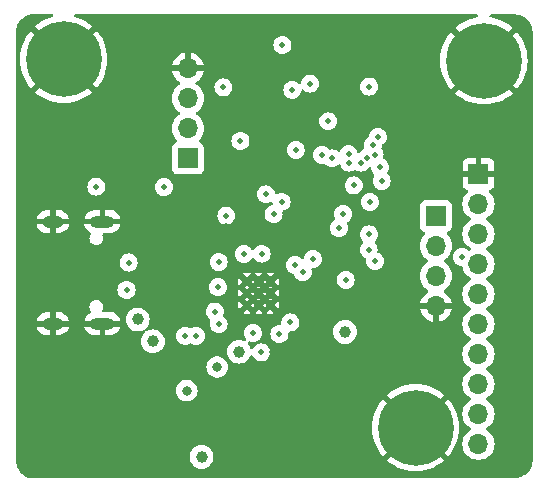
<source format=gbr>
G04 #@! TF.GenerationSoftware,KiCad,Pcbnew,7.0.6-7.0.6~ubuntu22.04.1*
G04 #@! TF.CreationDate,2023-08-08T18:58:17+02:00*
G04 #@! TF.ProjectId,Sensor_Nodes,53656e73-6f72-45f4-9e6f-6465732e6b69,rev?*
G04 #@! TF.SameCoordinates,Original*
G04 #@! TF.FileFunction,Copper,L2,Inr*
G04 #@! TF.FilePolarity,Positive*
%FSLAX46Y46*%
G04 Gerber Fmt 4.6, Leading zero omitted, Abs format (unit mm)*
G04 Created by KiCad (PCBNEW 7.0.6-7.0.6~ubuntu22.04.1) date 2023-08-08 18:58:17*
%MOMM*%
%LPD*%
G01*
G04 APERTURE LIST*
G04 #@! TA.AperFunction,ComponentPad*
%ADD10R,1.700000X1.700000*%
G04 #@! TD*
G04 #@! TA.AperFunction,ComponentPad*
%ADD11O,1.700000X1.700000*%
G04 #@! TD*
G04 #@! TA.AperFunction,ComponentPad*
%ADD12C,0.800000*%
G04 #@! TD*
G04 #@! TA.AperFunction,ComponentPad*
%ADD13C,6.400000*%
G04 #@! TD*
G04 #@! TA.AperFunction,ComponentPad*
%ADD14C,1.000000*%
G04 #@! TD*
G04 #@! TA.AperFunction,ComponentPad*
%ADD15C,0.500000*%
G04 #@! TD*
G04 #@! TA.AperFunction,ComponentPad*
%ADD16O,1.800000X1.000000*%
G04 #@! TD*
G04 #@! TA.AperFunction,ComponentPad*
%ADD17O,2.100000X1.000000*%
G04 #@! TD*
G04 #@! TA.AperFunction,ViaPad*
%ADD18C,0.500000*%
G04 #@! TD*
G04 #@! TA.AperFunction,ViaPad*
%ADD19C,0.800000*%
G04 #@! TD*
G04 APERTURE END LIST*
D10*
X109500000Y-48780000D03*
D11*
X109500000Y-51320000D03*
X109500000Y-53860000D03*
X109500000Y-56400000D03*
D12*
X105370000Y-66702944D03*
X106072944Y-65005888D03*
X106072944Y-68400000D03*
X107770000Y-64302944D03*
D13*
X107770000Y-66702944D03*
D12*
X107770000Y-69102944D03*
X109467056Y-65005888D03*
X109467056Y-68400000D03*
X110170000Y-66702944D03*
D10*
X113100000Y-45220000D03*
D11*
X113100000Y-47760000D03*
X113100000Y-50300000D03*
X113100000Y-52840000D03*
X113100000Y-55380000D03*
X113100000Y-57920000D03*
X113100000Y-60460000D03*
X113100000Y-63000000D03*
X113100000Y-65540000D03*
X113100000Y-68080000D03*
D12*
X75575000Y-35525000D03*
X76277944Y-33827944D03*
X76277944Y-37222056D03*
X77975000Y-33125000D03*
D13*
X77975000Y-35525000D03*
D12*
X77975000Y-37925000D03*
X79672056Y-33827944D03*
X79672056Y-37222056D03*
X80375000Y-35525000D03*
X111150000Y-35625000D03*
X111852944Y-33927944D03*
X111852944Y-37322056D03*
X113550000Y-33225000D03*
D13*
X113550000Y-35625000D03*
D12*
X113550000Y-38025000D03*
X115247056Y-33927944D03*
X115247056Y-37322056D03*
X115950000Y-35625000D03*
D14*
X101800000Y-58600000D03*
X89650000Y-69175000D03*
D15*
X93485000Y-54335000D03*
X93485000Y-55335000D03*
X93485000Y-56335000D03*
X94485000Y-54335000D03*
X94485000Y-55335000D03*
X94485000Y-56335000D03*
X95485000Y-54335000D03*
X95485000Y-55335000D03*
X95485000Y-56335000D03*
D14*
X92825000Y-60275000D03*
X85525000Y-59400000D03*
D16*
X77065000Y-57895000D03*
D17*
X81265000Y-57895000D03*
D16*
X77065000Y-49255000D03*
D17*
X81265000Y-49255000D03*
D10*
X88500000Y-43905000D03*
D11*
X88500000Y-41365000D03*
X88500000Y-38825000D03*
X88500000Y-36285000D03*
D14*
X84250000Y-57550000D03*
D18*
X95660000Y-60330000D03*
X94710000Y-60340000D03*
X98220000Y-53550000D03*
X87950000Y-55900000D03*
X101850000Y-54190000D03*
X108375000Y-39450000D03*
X112950000Y-42375000D03*
X101550000Y-41475000D03*
X94075000Y-64325000D03*
X102700000Y-41500000D03*
X91700000Y-49600000D03*
X107550000Y-40425000D03*
X106625000Y-46450000D03*
X102975000Y-35525000D03*
X94075000Y-65925000D03*
X113025000Y-40325000D03*
X100850000Y-53225000D03*
X93000000Y-44000000D03*
X76750000Y-46275000D03*
X96325000Y-42425000D03*
X108950000Y-40400000D03*
X82575000Y-40325000D03*
X104947500Y-47925000D03*
X96675000Y-43125000D03*
X95970000Y-38850000D03*
X88050000Y-57400000D03*
X93275000Y-65125000D03*
X102960000Y-33830000D03*
X107525000Y-37100000D03*
X93275000Y-65925000D03*
X94075000Y-65125000D03*
X100875000Y-36600000D03*
X101000000Y-40100000D03*
X115275000Y-39600000D03*
X93625000Y-34250000D03*
X75075000Y-40275000D03*
X93275000Y-64325000D03*
X92750000Y-49575000D03*
X85950000Y-53700000D03*
X100225000Y-64350000D03*
X94725000Y-49600000D03*
X104050000Y-34350000D03*
X107650000Y-35750000D03*
X101975000Y-35525000D03*
D19*
X87100000Y-61325000D03*
D18*
X108425000Y-42350000D03*
X108375000Y-38425000D03*
X94075000Y-66725000D03*
X101550000Y-42550000D03*
X81800000Y-45325000D03*
X93275000Y-66725000D03*
X102700000Y-42575000D03*
X104900000Y-45825000D03*
X94000000Y-58700000D03*
X94735000Y-51975000D03*
X102550000Y-46200000D03*
X92950000Y-42425000D03*
X97340000Y-38100000D03*
X99075000Y-52425000D03*
X97175000Y-57800000D03*
X103850000Y-37825000D03*
X97625000Y-43175000D03*
X96500000Y-34300000D03*
X91750000Y-48750000D03*
X91500000Y-37900000D03*
D19*
X90975000Y-61575000D03*
X88400000Y-63575000D03*
D18*
X91040873Y-54819564D03*
X96250000Y-58775000D03*
X98850000Y-37575000D03*
X100375000Y-40775000D03*
X83475000Y-52725000D03*
X90775000Y-56875000D03*
X83300000Y-55050000D03*
X91100000Y-57950000D03*
X88275000Y-58925000D03*
X91100000Y-52690000D03*
X89175000Y-58925000D03*
X104775000Y-44675000D03*
X104300000Y-43600000D03*
X97575000Y-52950000D03*
X104350000Y-52625000D03*
X86475000Y-46350000D03*
X103900000Y-47600000D03*
X93225000Y-52000000D03*
X80750000Y-46300000D03*
X100700500Y-43902988D03*
X96425000Y-47575000D03*
X103800000Y-51625000D03*
X102150000Y-44275000D03*
X102100000Y-43550000D03*
X101650000Y-48625000D03*
X103825000Y-50350000D03*
X103150000Y-44275000D03*
X103638800Y-43847300D03*
X101300000Y-49800000D03*
X104150000Y-42750000D03*
X111700000Y-52250000D03*
X104575000Y-42075000D03*
X99850000Y-43600000D03*
X95100000Y-46950000D03*
X95755000Y-48625000D03*
G04 #@! TA.AperFunction,Conductor*
G36*
X109626421Y-68205812D02*
G01*
X109564601Y-68164505D01*
X109491680Y-68150000D01*
X109442432Y-68150000D01*
X109369511Y-68164505D01*
X109286816Y-68219760D01*
X109231561Y-68302455D01*
X109212158Y-68400000D01*
X109231561Y-68497545D01*
X109272867Y-68559364D01*
X108714180Y-68000677D01*
X108904870Y-67837814D01*
X109067733Y-67647124D01*
X109626421Y-68205812D01*
G37*
G04 #@! TD.AperFunction*
G04 #@! TA.AperFunction,Conductor*
G36*
X106635130Y-67837814D02*
G01*
X106825819Y-68000677D01*
X106267135Y-68559360D01*
X106308439Y-68497545D01*
X106327842Y-68400000D01*
X106308439Y-68302455D01*
X106253184Y-68219760D01*
X106170489Y-68164505D01*
X106097568Y-68150000D01*
X106048320Y-68150000D01*
X105975399Y-68164505D01*
X105913577Y-68205812D01*
X106472266Y-67647124D01*
X106635130Y-67837814D01*
G37*
G04 #@! TD.AperFunction*
G04 #@! TA.AperFunction,Conductor*
G36*
X106825819Y-65405210D02*
G01*
X106635130Y-65568074D01*
X106472266Y-65758762D01*
X105913582Y-65200078D01*
X105975399Y-65241383D01*
X106048320Y-65255888D01*
X106097568Y-65255888D01*
X106170489Y-65241383D01*
X106253184Y-65186128D01*
X106308439Y-65103433D01*
X106327842Y-65005888D01*
X106308439Y-64908343D01*
X106267133Y-64846525D01*
X106825819Y-65405210D01*
G37*
G04 #@! TD.AperFunction*
G04 #@! TA.AperFunction,Conductor*
G36*
X109231561Y-64908343D02*
G01*
X109212158Y-65005888D01*
X109231561Y-65103433D01*
X109286816Y-65186128D01*
X109369511Y-65241383D01*
X109442432Y-65255888D01*
X109491680Y-65255888D01*
X109564601Y-65241383D01*
X109626415Y-65200079D01*
X109067732Y-65758762D01*
X108904870Y-65568074D01*
X108714180Y-65405210D01*
X109272867Y-64846522D01*
X109231561Y-64908343D01*
G37*
G04 #@! TD.AperFunction*
G04 #@! TA.AperFunction,Conductor*
G36*
X76991082Y-31705760D02*
G01*
X77058111Y-31725478D01*
X77103839Y-31778305D01*
X77113748Y-31847469D01*
X77084691Y-31911010D01*
X77025894Y-31948755D01*
X77023113Y-31949535D01*
X76830060Y-32001263D01*
X76468005Y-32140244D01*
X76122456Y-32316310D01*
X75797206Y-32527531D01*
X75539648Y-32736095D01*
X75539648Y-32736096D01*
X76437306Y-33633754D01*
X76375489Y-33592449D01*
X76302568Y-33577944D01*
X76253320Y-33577944D01*
X76180399Y-33592449D01*
X76097704Y-33647704D01*
X76042449Y-33730399D01*
X76023046Y-33827944D01*
X76042449Y-33925489D01*
X76083753Y-33987305D01*
X75186096Y-33089648D01*
X75186095Y-33089648D01*
X74977531Y-33347206D01*
X74766310Y-33672456D01*
X74590244Y-34018005D01*
X74451262Y-34380063D01*
X74350887Y-34754669D01*
X74350886Y-34754676D01*
X74290219Y-35137712D01*
X74269922Y-35524999D01*
X74269922Y-35525000D01*
X74290219Y-35912287D01*
X74350886Y-36295323D01*
X74350887Y-36295330D01*
X74451262Y-36669936D01*
X74590244Y-37031994D01*
X74766310Y-37377543D01*
X74977531Y-37702793D01*
X75186095Y-37960350D01*
X75186096Y-37960350D01*
X76083756Y-37062689D01*
X76042449Y-37124511D01*
X76023046Y-37222056D01*
X76042449Y-37319601D01*
X76097704Y-37402296D01*
X76180399Y-37457551D01*
X76253320Y-37472056D01*
X76302568Y-37472056D01*
X76375489Y-37457551D01*
X76437304Y-37416247D01*
X75539648Y-38313903D01*
X75539649Y-38313904D01*
X75797206Y-38522468D01*
X76122456Y-38733689D01*
X76468005Y-38909755D01*
X76830063Y-39048737D01*
X77204669Y-39149112D01*
X77204676Y-39149113D01*
X77587712Y-39209780D01*
X77974999Y-39230078D01*
X77975001Y-39230078D01*
X78362287Y-39209780D01*
X78745323Y-39149113D01*
X78745330Y-39149112D01*
X79119936Y-39048737D01*
X79481994Y-38909755D01*
X79827543Y-38733689D01*
X80152783Y-38522476D01*
X80152785Y-38522475D01*
X80410349Y-38313902D01*
X79512691Y-37416244D01*
X79574511Y-37457551D01*
X79647432Y-37472056D01*
X79696680Y-37472056D01*
X79769601Y-37457551D01*
X79852296Y-37402296D01*
X79907551Y-37319601D01*
X79926954Y-37222056D01*
X79907551Y-37124511D01*
X79866244Y-37062691D01*
X80763902Y-37960349D01*
X80972475Y-37702785D01*
X80972476Y-37702783D01*
X81183689Y-37377543D01*
X81359755Y-37031994D01*
X81498737Y-36669936D01*
X81599112Y-36295330D01*
X81599113Y-36295323D01*
X81659780Y-35912287D01*
X81680078Y-35525000D01*
X81680078Y-35524999D01*
X81659780Y-35137712D01*
X81599113Y-34754676D01*
X81599112Y-34754669D01*
X81498737Y-34380063D01*
X81468005Y-34300003D01*
X95736701Y-34300003D01*
X95755836Y-34469844D01*
X95755837Y-34469849D01*
X95762934Y-34490130D01*
X95812291Y-34631183D01*
X95903229Y-34775909D01*
X96024091Y-34896771D01*
X96168817Y-34987709D01*
X96330150Y-35044162D01*
X96330155Y-35044163D01*
X96499996Y-35063299D01*
X96500000Y-35063299D01*
X96500004Y-35063299D01*
X96669844Y-35044163D01*
X96669847Y-35044162D01*
X96669850Y-35044162D01*
X96831183Y-34987709D01*
X96975909Y-34896771D01*
X97096771Y-34775909D01*
X97187709Y-34631183D01*
X97244162Y-34469850D01*
X97253144Y-34390130D01*
X97263299Y-34300003D01*
X97263299Y-34299996D01*
X97244163Y-34130155D01*
X97244162Y-34130150D01*
X97236476Y-34108184D01*
X97187709Y-33968817D01*
X97096771Y-33824091D01*
X96975909Y-33703229D01*
X96975908Y-33703228D01*
X96831183Y-33612291D01*
X96669849Y-33555837D01*
X96669844Y-33555836D01*
X96500004Y-33536701D01*
X96499996Y-33536701D01*
X96330155Y-33555836D01*
X96330150Y-33555837D01*
X96168816Y-33612291D01*
X96024091Y-33703228D01*
X95903228Y-33824091D01*
X95812291Y-33968816D01*
X95755837Y-34130150D01*
X95755836Y-34130155D01*
X95736701Y-34299996D01*
X95736701Y-34300003D01*
X81468005Y-34300003D01*
X81359755Y-34018005D01*
X81183689Y-33672456D01*
X80972468Y-33347206D01*
X80763904Y-33089649D01*
X80763903Y-33089648D01*
X79866247Y-33987303D01*
X79907551Y-33925489D01*
X79926954Y-33827944D01*
X79907551Y-33730399D01*
X79852296Y-33647704D01*
X79769601Y-33592449D01*
X79696680Y-33577944D01*
X79647432Y-33577944D01*
X79574511Y-33592449D01*
X79512690Y-33633755D01*
X80410350Y-32736096D01*
X80410350Y-32736095D01*
X80152793Y-32527531D01*
X79827543Y-32316310D01*
X79481994Y-32140244D01*
X79119939Y-32001263D01*
X78930591Y-31950528D01*
X78870931Y-31914163D01*
X78840402Y-31851316D01*
X78848697Y-31781940D01*
X78893182Y-31728063D01*
X78959734Y-31706788D01*
X78962729Y-31706753D01*
X112953212Y-31723865D01*
X113020240Y-31743583D01*
X113065968Y-31796410D01*
X113075877Y-31865574D01*
X113046820Y-31929115D01*
X112988023Y-31966860D01*
X112972546Y-31970338D01*
X112779676Y-32000886D01*
X112779669Y-32000887D01*
X112405063Y-32101262D01*
X112043005Y-32240244D01*
X111697456Y-32416310D01*
X111372206Y-32627531D01*
X111114648Y-32836095D01*
X111114648Y-32836096D01*
X112012306Y-33733754D01*
X111950489Y-33692449D01*
X111877568Y-33677944D01*
X111828320Y-33677944D01*
X111755399Y-33692449D01*
X111672704Y-33747704D01*
X111617449Y-33830399D01*
X111598046Y-33927944D01*
X111617449Y-34025489D01*
X111658752Y-34087304D01*
X110761096Y-33189648D01*
X110761095Y-33189648D01*
X110552531Y-33447206D01*
X110341310Y-33772456D01*
X110165244Y-34118005D01*
X110026262Y-34480063D01*
X109925887Y-34854669D01*
X109925886Y-34854676D01*
X109865219Y-35237712D01*
X109844922Y-35624999D01*
X109844922Y-35625000D01*
X109865219Y-36012287D01*
X109925886Y-36395323D01*
X109925887Y-36395330D01*
X110026262Y-36769936D01*
X110165244Y-37131994D01*
X110341310Y-37477543D01*
X110552531Y-37802793D01*
X110761095Y-38060350D01*
X110761096Y-38060350D01*
X111658757Y-37162688D01*
X111617449Y-37224511D01*
X111598046Y-37322056D01*
X111617449Y-37419601D01*
X111672704Y-37502296D01*
X111755399Y-37557551D01*
X111828320Y-37572056D01*
X111877568Y-37572056D01*
X111950489Y-37557551D01*
X112012304Y-37516247D01*
X111114648Y-38413903D01*
X111114649Y-38413904D01*
X111372206Y-38622468D01*
X111697456Y-38833689D01*
X112043005Y-39009755D01*
X112405063Y-39148737D01*
X112779669Y-39249112D01*
X112779676Y-39249113D01*
X113162712Y-39309780D01*
X113549999Y-39330078D01*
X113550001Y-39330078D01*
X113937287Y-39309780D01*
X114320323Y-39249113D01*
X114320330Y-39249112D01*
X114694936Y-39148737D01*
X115056994Y-39009755D01*
X115402543Y-38833689D01*
X115727783Y-38622476D01*
X115727785Y-38622475D01*
X115985349Y-38413902D01*
X115087691Y-37516244D01*
X115149511Y-37557551D01*
X115222432Y-37572056D01*
X115271680Y-37572056D01*
X115344601Y-37557551D01*
X115427296Y-37502296D01*
X115482551Y-37419601D01*
X115501954Y-37322056D01*
X115482551Y-37224511D01*
X115441244Y-37162691D01*
X116338902Y-38060349D01*
X116547475Y-37802785D01*
X116547476Y-37802783D01*
X116758689Y-37477543D01*
X116934755Y-37131994D01*
X117073737Y-36769936D01*
X117174112Y-36395330D01*
X117174113Y-36395323D01*
X117234780Y-36012287D01*
X117255078Y-35625000D01*
X117255078Y-35624999D01*
X117234780Y-35237712D01*
X117174113Y-34854676D01*
X117174112Y-34854669D01*
X117073737Y-34480063D01*
X116934755Y-34118005D01*
X116758689Y-33772456D01*
X116547468Y-33447206D01*
X116338904Y-33189649D01*
X116338903Y-33189648D01*
X115441249Y-34087301D01*
X115482551Y-34025489D01*
X115501954Y-33927944D01*
X115482551Y-33830399D01*
X115427296Y-33747704D01*
X115344601Y-33692449D01*
X115271680Y-33677944D01*
X115222432Y-33677944D01*
X115149511Y-33692449D01*
X115087690Y-33733755D01*
X115985350Y-32836096D01*
X115985350Y-32836095D01*
X115727793Y-32627531D01*
X115402543Y-32416310D01*
X115056994Y-32240244D01*
X114694936Y-32101262D01*
X114320330Y-32000887D01*
X114320323Y-32000886D01*
X114131260Y-31970941D01*
X114068125Y-31941012D01*
X114031194Y-31881700D01*
X114032192Y-31811838D01*
X114070802Y-31753605D01*
X114134766Y-31725491D01*
X114150712Y-31724468D01*
X116173376Y-31725486D01*
X116173462Y-31725500D01*
X116191715Y-31725500D01*
X116197792Y-31725500D01*
X116202214Y-31725657D01*
X116401001Y-31739875D01*
X116418506Y-31742392D01*
X116606753Y-31783343D01*
X116623712Y-31788322D01*
X116776554Y-31845330D01*
X116804223Y-31855650D01*
X116820315Y-31862999D01*
X116968164Y-31943731D01*
X116989392Y-31955322D01*
X117004275Y-31964887D01*
X117158492Y-32080332D01*
X117171863Y-32091918D01*
X117308081Y-32228136D01*
X117319667Y-32241507D01*
X117435112Y-32395724D01*
X117444677Y-32410607D01*
X117536999Y-32579683D01*
X117544349Y-32595776D01*
X117611674Y-32776279D01*
X117616658Y-32793255D01*
X117657606Y-32981490D01*
X117660124Y-32999002D01*
X117674342Y-33197789D01*
X117674500Y-33202213D01*
X117674500Y-69497786D01*
X117674342Y-69502210D01*
X117660124Y-69700997D01*
X117657606Y-69718509D01*
X117616658Y-69906744D01*
X117611674Y-69923720D01*
X117544349Y-70104223D01*
X117536999Y-70120316D01*
X117444677Y-70289392D01*
X117435112Y-70304275D01*
X117319667Y-70458492D01*
X117308081Y-70471863D01*
X117171863Y-70608081D01*
X117158492Y-70619667D01*
X117004275Y-70735112D01*
X116989392Y-70744677D01*
X116820316Y-70836999D01*
X116804223Y-70844349D01*
X116623720Y-70911674D01*
X116606744Y-70916658D01*
X116418509Y-70957606D01*
X116400997Y-70960124D01*
X116218488Y-70973177D01*
X116202208Y-70974342D01*
X116197786Y-70974500D01*
X116175638Y-70974500D01*
X116175545Y-70974511D01*
X75422921Y-70994623D01*
X75418429Y-70994462D01*
X75217913Y-70979999D01*
X75200260Y-70977439D01*
X75010448Y-70935794D01*
X74993347Y-70930729D01*
X74811467Y-70862281D01*
X74795268Y-70854814D01*
X74625093Y-70760981D01*
X74610134Y-70751268D01*
X74455176Y-70633987D01*
X74441768Y-70622231D01*
X74305238Y-70483930D01*
X74293666Y-70470383D01*
X74178385Y-70313918D01*
X74168867Y-70298837D01*
X74167978Y-70297175D01*
X74077235Y-70127468D01*
X74069979Y-70111177D01*
X74003882Y-69928434D01*
X73999037Y-69911269D01*
X73963357Y-69738005D01*
X73959838Y-69720918D01*
X73957508Y-69703239D01*
X73945629Y-69502547D01*
X73945527Y-69498113D01*
X73945605Y-69492043D01*
X73945604Y-69492042D01*
X73945821Y-69475056D01*
X73945500Y-69472930D01*
X73945500Y-69175000D01*
X88636620Y-69175000D01*
X88656091Y-69372699D01*
X88713760Y-69562808D01*
X88807401Y-69737998D01*
X88807405Y-69738005D01*
X88933431Y-69891568D01*
X89086994Y-70017594D01*
X89087001Y-70017598D01*
X89262191Y-70111239D01*
X89262193Y-70111239D01*
X89262196Y-70111241D01*
X89452299Y-70168908D01*
X89452298Y-70168908D01*
X89470024Y-70170653D01*
X89650000Y-70188380D01*
X89847701Y-70168908D01*
X90037804Y-70111241D01*
X90213004Y-70017595D01*
X90366568Y-69891568D01*
X90492595Y-69738004D01*
X90586241Y-69562804D01*
X90643908Y-69372701D01*
X90663380Y-69175000D01*
X90643908Y-68977299D01*
X90586241Y-68787196D01*
X90586239Y-68787193D01*
X90586239Y-68787191D01*
X90492598Y-68612001D01*
X90492594Y-68611994D01*
X90366568Y-68458431D01*
X90213005Y-68332405D01*
X90212998Y-68332401D01*
X90037808Y-68238760D01*
X89942752Y-68209925D01*
X89847701Y-68181092D01*
X89847699Y-68181091D01*
X89847701Y-68181091D01*
X89667725Y-68163365D01*
X89650000Y-68161620D01*
X89649999Y-68161620D01*
X89452300Y-68181091D01*
X89262191Y-68238760D01*
X89087001Y-68332401D01*
X89086994Y-68332405D01*
X88933431Y-68458431D01*
X88807405Y-68611994D01*
X88807401Y-68612001D01*
X88713760Y-68787191D01*
X88656091Y-68977300D01*
X88636620Y-69175000D01*
X73945500Y-69175000D01*
X73945500Y-66702944D01*
X104064922Y-66702944D01*
X104085219Y-67090231D01*
X104145886Y-67473267D01*
X104145887Y-67473274D01*
X104246262Y-67847880D01*
X104385244Y-68209938D01*
X104561310Y-68555487D01*
X104772531Y-68880737D01*
X104981095Y-69138294D01*
X104981096Y-69138294D01*
X105878756Y-68240633D01*
X105837449Y-68302455D01*
X105818046Y-68400000D01*
X105837449Y-68497545D01*
X105892704Y-68580240D01*
X105975399Y-68635495D01*
X106048320Y-68650000D01*
X106097568Y-68650000D01*
X106170489Y-68635495D01*
X106232304Y-68594191D01*
X105334648Y-69491847D01*
X105334649Y-69491848D01*
X105592206Y-69700412D01*
X105917456Y-69911633D01*
X106263005Y-70087699D01*
X106625063Y-70226681D01*
X106999669Y-70327056D01*
X106999676Y-70327057D01*
X107382712Y-70387724D01*
X107769999Y-70408022D01*
X107770001Y-70408022D01*
X108157287Y-70387724D01*
X108540323Y-70327057D01*
X108540330Y-70327056D01*
X108914936Y-70226681D01*
X109276994Y-70087699D01*
X109622543Y-69911633D01*
X109947783Y-69700420D01*
X109947785Y-69700419D01*
X110205349Y-69491846D01*
X109307691Y-68594188D01*
X109369511Y-68635495D01*
X109442432Y-68650000D01*
X109491680Y-68650000D01*
X109564601Y-68635495D01*
X109647296Y-68580240D01*
X109702551Y-68497545D01*
X109721954Y-68400000D01*
X109702551Y-68302455D01*
X109661243Y-68240634D01*
X110558902Y-69138293D01*
X110767475Y-68880729D01*
X110767476Y-68880727D01*
X110978689Y-68555487D01*
X111154755Y-68209938D01*
X111293737Y-67847880D01*
X111394112Y-67473274D01*
X111394113Y-67473267D01*
X111454780Y-67090231D01*
X111475078Y-66702944D01*
X111475078Y-66702943D01*
X111454780Y-66315656D01*
X111394113Y-65932620D01*
X111394112Y-65932613D01*
X111293737Y-65558007D01*
X111154755Y-65195949D01*
X110978689Y-64850400D01*
X110767468Y-64525150D01*
X110558904Y-64267593D01*
X110558903Y-64267592D01*
X109661247Y-65165247D01*
X109702551Y-65103433D01*
X109721954Y-65005888D01*
X109702551Y-64908343D01*
X109647296Y-64825648D01*
X109564601Y-64770393D01*
X109491680Y-64755888D01*
X109442432Y-64755888D01*
X109369511Y-64770393D01*
X109307690Y-64811699D01*
X110205350Y-63914040D01*
X110205350Y-63914039D01*
X109947793Y-63705475D01*
X109622543Y-63494254D01*
X109276994Y-63318188D01*
X108914936Y-63179206D01*
X108540330Y-63078831D01*
X108540323Y-63078830D01*
X108157287Y-63018163D01*
X107770001Y-62997866D01*
X107769999Y-62997866D01*
X107382712Y-63018163D01*
X106999676Y-63078830D01*
X106999669Y-63078831D01*
X106625063Y-63179206D01*
X106263005Y-63318188D01*
X105917456Y-63494254D01*
X105592206Y-63705475D01*
X105334648Y-63914039D01*
X105334648Y-63914040D01*
X106232306Y-64811698D01*
X106170489Y-64770393D01*
X106097568Y-64755888D01*
X106048320Y-64755888D01*
X105975399Y-64770393D01*
X105892704Y-64825648D01*
X105837449Y-64908343D01*
X105818046Y-65005888D01*
X105837449Y-65103433D01*
X105878753Y-65165249D01*
X104981096Y-64267592D01*
X104981095Y-64267592D01*
X104772531Y-64525150D01*
X104561310Y-64850400D01*
X104385244Y-65195949D01*
X104246262Y-65558007D01*
X104145887Y-65932613D01*
X104145886Y-65932620D01*
X104085219Y-66315656D01*
X104064922Y-66702943D01*
X104064922Y-66702944D01*
X73945500Y-66702944D01*
X73945500Y-63575000D01*
X87486496Y-63575000D01*
X87506458Y-63764928D01*
X87506459Y-63764931D01*
X87565470Y-63946549D01*
X87565473Y-63946556D01*
X87660960Y-64111944D01*
X87788747Y-64253866D01*
X87943248Y-64366118D01*
X88117712Y-64443794D01*
X88304513Y-64483500D01*
X88495487Y-64483500D01*
X88682288Y-64443794D01*
X88856752Y-64366118D01*
X89011253Y-64253866D01*
X89139040Y-64111944D01*
X89234527Y-63946556D01*
X89293542Y-63764928D01*
X89313504Y-63575000D01*
X89293542Y-63385072D01*
X89234527Y-63203444D01*
X89139040Y-63038056D01*
X89011253Y-62896134D01*
X88856752Y-62783882D01*
X88682288Y-62706206D01*
X88682286Y-62706205D01*
X88495487Y-62666500D01*
X88304513Y-62666500D01*
X88117714Y-62706205D01*
X87943246Y-62783883D01*
X87788745Y-62896135D01*
X87660959Y-63038057D01*
X87565473Y-63203443D01*
X87565470Y-63203450D01*
X87528190Y-63318188D01*
X87506458Y-63385072D01*
X87486496Y-63575000D01*
X73945500Y-63575000D01*
X73945500Y-61575000D01*
X90061496Y-61575000D01*
X90081458Y-61764928D01*
X90081459Y-61764931D01*
X90140470Y-61946549D01*
X90140473Y-61946556D01*
X90235960Y-62111944D01*
X90363747Y-62253866D01*
X90518248Y-62366118D01*
X90692712Y-62443794D01*
X90879513Y-62483500D01*
X91070487Y-62483500D01*
X91257288Y-62443794D01*
X91431752Y-62366118D01*
X91586253Y-62253866D01*
X91714040Y-62111944D01*
X91809527Y-61946556D01*
X91868542Y-61764928D01*
X91888504Y-61575000D01*
X91868542Y-61385072D01*
X91809527Y-61203444D01*
X91714040Y-61038056D01*
X91586253Y-60896134D01*
X91431752Y-60783882D01*
X91257288Y-60706206D01*
X91257286Y-60706205D01*
X91070487Y-60666500D01*
X90879513Y-60666500D01*
X90692714Y-60706205D01*
X90518246Y-60783883D01*
X90363745Y-60896135D01*
X90235959Y-61038057D01*
X90140473Y-61203443D01*
X90140470Y-61203450D01*
X90081459Y-61385068D01*
X90081458Y-61385072D01*
X90061496Y-61575000D01*
X73945500Y-61575000D01*
X73945500Y-58145000D01*
X75691634Y-58145000D01*
X75691931Y-58146946D01*
X75691933Y-58146952D01*
X75762562Y-58337657D01*
X75762565Y-58337664D01*
X75870149Y-58510267D01*
X76010264Y-58657668D01*
X76010266Y-58657669D01*
X76177195Y-58773856D01*
X76364092Y-58854059D01*
X76563310Y-58895000D01*
X76815000Y-58895000D01*
X76815000Y-58195000D01*
X77315000Y-58195000D01*
X77315000Y-58895000D01*
X77515713Y-58895000D01*
X77667338Y-58879581D01*
X77861381Y-58818700D01*
X77861391Y-58818695D01*
X78039215Y-58719994D01*
X78039216Y-58719994D01*
X78193530Y-58587521D01*
X78193531Y-58587520D01*
X78318018Y-58426695D01*
X78407588Y-58244093D01*
X78433246Y-58145000D01*
X79741634Y-58145000D01*
X79741931Y-58146946D01*
X79741933Y-58146952D01*
X79812562Y-58337657D01*
X79812565Y-58337664D01*
X79920149Y-58510267D01*
X80060264Y-58657668D01*
X80060266Y-58657669D01*
X80227195Y-58773856D01*
X80414092Y-58854059D01*
X80613310Y-58895000D01*
X81015000Y-58895000D01*
X81015000Y-58195000D01*
X81515000Y-58195000D01*
X81515000Y-58895000D01*
X81865713Y-58895000D01*
X82017338Y-58879581D01*
X82211381Y-58818700D01*
X82211391Y-58818695D01*
X82389215Y-58719994D01*
X82389216Y-58719994D01*
X82543530Y-58587521D01*
X82543531Y-58587520D01*
X82668018Y-58426695D01*
X82757588Y-58244093D01*
X82783246Y-58145000D01*
X81981111Y-58145000D01*
X82020610Y-58120543D01*
X82088201Y-58031038D01*
X82118895Y-57923160D01*
X82108546Y-57811479D01*
X82058552Y-57711078D01*
X81986069Y-57645000D01*
X82788366Y-57645000D01*
X82788068Y-57643053D01*
X82788066Y-57643047D01*
X82753605Y-57550000D01*
X83236620Y-57550000D01*
X83256091Y-57747699D01*
X83313760Y-57937808D01*
X83407401Y-58112998D01*
X83407405Y-58113005D01*
X83533431Y-58266568D01*
X83686994Y-58392594D01*
X83687001Y-58392598D01*
X83862191Y-58486239D01*
X83862193Y-58486239D01*
X83862196Y-58486241D01*
X84052299Y-58543908D01*
X84052298Y-58543908D01*
X84070024Y-58545653D01*
X84250000Y-58563380D01*
X84447701Y-58543908D01*
X84637804Y-58486241D01*
X84705874Y-58449856D01*
X84774276Y-58435615D01*
X84839520Y-58460615D01*
X84880891Y-58516920D01*
X84885253Y-58586653D01*
X84851223Y-58647675D01*
X84842993Y-58655067D01*
X84808432Y-58683430D01*
X84682405Y-58836994D01*
X84682401Y-58837001D01*
X84588760Y-59012191D01*
X84531091Y-59202300D01*
X84511620Y-59400000D01*
X84531091Y-59597699D01*
X84588760Y-59787808D01*
X84682401Y-59962998D01*
X84682405Y-59963005D01*
X84808431Y-60116568D01*
X84961994Y-60242594D01*
X84962001Y-60242598D01*
X85137191Y-60336239D01*
X85137193Y-60336239D01*
X85137196Y-60336241D01*
X85327299Y-60393908D01*
X85327298Y-60393908D01*
X85345024Y-60395653D01*
X85525000Y-60413380D01*
X85722701Y-60393908D01*
X85912804Y-60336241D01*
X86027380Y-60274999D01*
X91811620Y-60274999D01*
X91831091Y-60472699D01*
X91888760Y-60662808D01*
X91982401Y-60837998D01*
X91982405Y-60838005D01*
X92108431Y-60991568D01*
X92261994Y-61117594D01*
X92262001Y-61117598D01*
X92437191Y-61211239D01*
X92437193Y-61211239D01*
X92437196Y-61211241D01*
X92627299Y-61268908D01*
X92627298Y-61268908D01*
X92645024Y-61270653D01*
X92825000Y-61288380D01*
X93022701Y-61268908D01*
X93212804Y-61211241D01*
X93388004Y-61117595D01*
X93541568Y-60991568D01*
X93667595Y-60838004D01*
X93761241Y-60662804D01*
X93770844Y-60631145D01*
X93809140Y-60572709D01*
X93872951Y-60544252D01*
X93942019Y-60554811D01*
X93994413Y-60601035D01*
X94006545Y-60626187D01*
X94022289Y-60671180D01*
X94093105Y-60783883D01*
X94113229Y-60815909D01*
X94234091Y-60936771D01*
X94378817Y-61027709D01*
X94540149Y-61084162D01*
X94540150Y-61084162D01*
X94540155Y-61084163D01*
X94709996Y-61103299D01*
X94710000Y-61103299D01*
X94710004Y-61103299D01*
X94879844Y-61084163D01*
X94879847Y-61084162D01*
X94879850Y-61084162D01*
X95041183Y-61027709D01*
X95185909Y-60936771D01*
X95306771Y-60815909D01*
X95397709Y-60671183D01*
X95454162Y-60509850D01*
X95459779Y-60460000D01*
X95473299Y-60340003D01*
X95473299Y-60339996D01*
X95454163Y-60170155D01*
X95454162Y-60170150D01*
X95414528Y-60056884D01*
X95397709Y-60008817D01*
X95306771Y-59864091D01*
X95185909Y-59743229D01*
X95185908Y-59743229D01*
X95185908Y-59743228D01*
X95041183Y-59652291D01*
X94879849Y-59595837D01*
X94879844Y-59595836D01*
X94710004Y-59576701D01*
X94709996Y-59576701D01*
X94540155Y-59595836D01*
X94540150Y-59595837D01*
X94378816Y-59652291D01*
X94234091Y-59743228D01*
X94113228Y-59864091D01*
X94018586Y-60014713D01*
X94017273Y-60013888D01*
X93975960Y-60059635D01*
X93908531Y-60077940D01*
X93841909Y-60056884D01*
X93797247Y-60003152D01*
X93792414Y-59989961D01*
X93761239Y-59887191D01*
X93667598Y-59712001D01*
X93667594Y-59711994D01*
X93574183Y-59598173D01*
X93546870Y-59533863D01*
X93558661Y-59464995D01*
X93605813Y-59413435D01*
X93673356Y-59395552D01*
X93710991Y-59402467D01*
X93830142Y-59444160D01*
X93830148Y-59444161D01*
X93830150Y-59444162D01*
X93830151Y-59444162D01*
X93830155Y-59444163D01*
X93999996Y-59463299D01*
X94000000Y-59463299D01*
X94000004Y-59463299D01*
X94169844Y-59444163D01*
X94169847Y-59444162D01*
X94169850Y-59444162D01*
X94331183Y-59387709D01*
X94475909Y-59296771D01*
X94596771Y-59175909D01*
X94687709Y-59031183D01*
X94744162Y-58869850D01*
X94752291Y-58797701D01*
X94754848Y-58775003D01*
X95486701Y-58775003D01*
X95505836Y-58944844D01*
X95505837Y-58944849D01*
X95562291Y-59106183D01*
X95652554Y-59249836D01*
X95653229Y-59250909D01*
X95774091Y-59371771D01*
X95918817Y-59462709D01*
X96080149Y-59519162D01*
X96080150Y-59519162D01*
X96080155Y-59519163D01*
X96249996Y-59538299D01*
X96250000Y-59538299D01*
X96250004Y-59538299D01*
X96419844Y-59519163D01*
X96419847Y-59519162D01*
X96419850Y-59519162D01*
X96581183Y-59462709D01*
X96725909Y-59371771D01*
X96846771Y-59250909D01*
X96937709Y-59106183D01*
X96994162Y-58944850D01*
X96996398Y-58925003D01*
X97013299Y-58775003D01*
X97013299Y-58774996D01*
X97004470Y-58696636D01*
X97016524Y-58627815D01*
X97042157Y-58600000D01*
X100786620Y-58600000D01*
X100806091Y-58797699D01*
X100863760Y-58987808D01*
X100957401Y-59162998D01*
X100957405Y-59163005D01*
X101083431Y-59316568D01*
X101236994Y-59442594D01*
X101237001Y-59442598D01*
X101412191Y-59536239D01*
X101412193Y-59536239D01*
X101412196Y-59536241D01*
X101602299Y-59593908D01*
X101602298Y-59593908D01*
X101620024Y-59595653D01*
X101800000Y-59613380D01*
X101997701Y-59593908D01*
X102187804Y-59536241D01*
X102363004Y-59442595D01*
X102516568Y-59316568D01*
X102642595Y-59163004D01*
X102736241Y-58987804D01*
X102793908Y-58797701D01*
X102813380Y-58600000D01*
X102793908Y-58402299D01*
X102736241Y-58212196D01*
X102736239Y-58212193D01*
X102736239Y-58212191D01*
X102642598Y-58037001D01*
X102642594Y-58036994D01*
X102516568Y-57883431D01*
X102363005Y-57757405D01*
X102362998Y-57757401D01*
X102187808Y-57663760D01*
X102061216Y-57625359D01*
X101997701Y-57606092D01*
X101997699Y-57606091D01*
X101997701Y-57606091D01*
X101800000Y-57586620D01*
X101602300Y-57606091D01*
X101412191Y-57663760D01*
X101237001Y-57757401D01*
X101236994Y-57757405D01*
X101083431Y-57883431D01*
X100957405Y-58036994D01*
X100957401Y-58037001D01*
X100863760Y-58212191D01*
X100806091Y-58402300D01*
X100786620Y-58600000D01*
X97042157Y-58600000D01*
X97063874Y-58576435D01*
X97131484Y-58558811D01*
X97141574Y-58559533D01*
X97174997Y-58563299D01*
X97175000Y-58563299D01*
X97175004Y-58563299D01*
X97344844Y-58544163D01*
X97344847Y-58544162D01*
X97344850Y-58544162D01*
X97506183Y-58487709D01*
X97650909Y-58396771D01*
X97771771Y-58275909D01*
X97862709Y-58131183D01*
X97919162Y-57969850D01*
X97921398Y-57950003D01*
X97938299Y-57800003D01*
X97938299Y-57799996D01*
X97919163Y-57630155D01*
X97919162Y-57630150D01*
X97891116Y-57550000D01*
X97862709Y-57468817D01*
X97771771Y-57324091D01*
X97650909Y-57203229D01*
X97650908Y-57203228D01*
X97506183Y-57112291D01*
X97344849Y-57055837D01*
X97344844Y-57055836D01*
X97175004Y-57036701D01*
X97174996Y-57036701D01*
X97005155Y-57055836D01*
X97005150Y-57055837D01*
X96843816Y-57112291D01*
X96699091Y-57203228D01*
X96578228Y-57324091D01*
X96487291Y-57468816D01*
X96430837Y-57630150D01*
X96430836Y-57630155D01*
X96411701Y-57799996D01*
X96411701Y-57800005D01*
X96420529Y-57878364D01*
X96408474Y-57947186D01*
X96361124Y-57998564D01*
X96293514Y-58016188D01*
X96283428Y-58015467D01*
X96263493Y-58013221D01*
X96250000Y-58011701D01*
X96249999Y-58011701D01*
X96249998Y-58011701D01*
X96249996Y-58011701D01*
X96080155Y-58030836D01*
X96080150Y-58030837D01*
X95918816Y-58087291D01*
X95774091Y-58178228D01*
X95653228Y-58299091D01*
X95562291Y-58443816D01*
X95505837Y-58605150D01*
X95505836Y-58605155D01*
X95486701Y-58774996D01*
X95486701Y-58775003D01*
X94754848Y-58775003D01*
X94763299Y-58700003D01*
X94763299Y-58699996D01*
X94744163Y-58530155D01*
X94744162Y-58530150D01*
X94729311Y-58487708D01*
X94687709Y-58368817D01*
X94596771Y-58224091D01*
X94475909Y-58103229D01*
X94475908Y-58103228D01*
X94331183Y-58012291D01*
X94169849Y-57955837D01*
X94169844Y-57955836D01*
X94000004Y-57936701D01*
X93999996Y-57936701D01*
X93830155Y-57955836D01*
X93830150Y-57955837D01*
X93668816Y-58012291D01*
X93524091Y-58103228D01*
X93403228Y-58224091D01*
X93312291Y-58368816D01*
X93255837Y-58530150D01*
X93255836Y-58530155D01*
X93236701Y-58699996D01*
X93236701Y-58700003D01*
X93255836Y-58869844D01*
X93255837Y-58869849D01*
X93312291Y-59031183D01*
X93405063Y-59178828D01*
X93424063Y-59246064D01*
X93403695Y-59312900D01*
X93350428Y-59358114D01*
X93281171Y-59367352D01*
X93241618Y-59354159D01*
X93212809Y-59338761D01*
X93212806Y-59338760D01*
X93212804Y-59338759D01*
X93022701Y-59281092D01*
X93022699Y-59281091D01*
X93022701Y-59281091D01*
X92825000Y-59261620D01*
X92627300Y-59281091D01*
X92437191Y-59338760D01*
X92262001Y-59432401D01*
X92261994Y-59432405D01*
X92108431Y-59558431D01*
X91982405Y-59711994D01*
X91982401Y-59712001D01*
X91888760Y-59887191D01*
X91831091Y-60077300D01*
X91811620Y-60274999D01*
X86027380Y-60274999D01*
X86088004Y-60242595D01*
X86241568Y-60116568D01*
X86367595Y-59963004D01*
X86461241Y-59787804D01*
X86518908Y-59597701D01*
X86538380Y-59400000D01*
X86518908Y-59202299D01*
X86461241Y-59012196D01*
X86461239Y-59012193D01*
X86461239Y-59012191D01*
X86414636Y-58925003D01*
X87511701Y-58925003D01*
X87530836Y-59094844D01*
X87530837Y-59094849D01*
X87587291Y-59256183D01*
X87677657Y-59400000D01*
X87678229Y-59400909D01*
X87799091Y-59521771D01*
X87943817Y-59612709D01*
X88056936Y-59652291D01*
X88105150Y-59669162D01*
X88105155Y-59669163D01*
X88274996Y-59688299D01*
X88275000Y-59688299D01*
X88275004Y-59688299D01*
X88444844Y-59669163D01*
X88444846Y-59669162D01*
X88444850Y-59669162D01*
X88444853Y-59669160D01*
X88444857Y-59669160D01*
X88507942Y-59647084D01*
X88606183Y-59612709D01*
X88659027Y-59579503D01*
X88726264Y-59560503D01*
X88790972Y-59579503D01*
X88843817Y-59612709D01*
X88872461Y-59622732D01*
X89005142Y-59669160D01*
X89005148Y-59669161D01*
X89005150Y-59669162D01*
X89005151Y-59669162D01*
X89005155Y-59669163D01*
X89174996Y-59688299D01*
X89175000Y-59688299D01*
X89175004Y-59688299D01*
X89344844Y-59669163D01*
X89344847Y-59669162D01*
X89344850Y-59669162D01*
X89506183Y-59612709D01*
X89650909Y-59521771D01*
X89771771Y-59400909D01*
X89862709Y-59256183D01*
X89919162Y-59094850D01*
X89922954Y-59061193D01*
X89938299Y-58925003D01*
X89938299Y-58924996D01*
X89919163Y-58755155D01*
X89919162Y-58755150D01*
X89906860Y-58719994D01*
X89862709Y-58593817D01*
X89771771Y-58449091D01*
X89650909Y-58328229D01*
X89650908Y-58328228D01*
X89506183Y-58237291D01*
X89344849Y-58180837D01*
X89344844Y-58180836D01*
X89175004Y-58161701D01*
X89174996Y-58161701D01*
X89005155Y-58180836D01*
X89005150Y-58180837D01*
X88843813Y-58237292D01*
X88790971Y-58270495D01*
X88723735Y-58289495D01*
X88659029Y-58270495D01*
X88606186Y-58237292D01*
X88444849Y-58180837D01*
X88444844Y-58180836D01*
X88275004Y-58161701D01*
X88274996Y-58161701D01*
X88105155Y-58180836D01*
X88105150Y-58180837D01*
X87943816Y-58237291D01*
X87799091Y-58328228D01*
X87678228Y-58449091D01*
X87587291Y-58593816D01*
X87530837Y-58755150D01*
X87530836Y-58755155D01*
X87511701Y-58924996D01*
X87511701Y-58925003D01*
X86414636Y-58925003D01*
X86367598Y-58837001D01*
X86367594Y-58836994D01*
X86241568Y-58683431D01*
X86088005Y-58557405D01*
X86087998Y-58557401D01*
X85912808Y-58463760D01*
X85788026Y-58425908D01*
X85722701Y-58406092D01*
X85722699Y-58406091D01*
X85722701Y-58406091D01*
X85525000Y-58386620D01*
X85327300Y-58406091D01*
X85137192Y-58463760D01*
X85069124Y-58500143D01*
X85000721Y-58514384D01*
X84935477Y-58489383D01*
X84894108Y-58433078D01*
X84889746Y-58363344D01*
X84923778Y-58302323D01*
X84931997Y-58294939D01*
X84966568Y-58266568D01*
X85092595Y-58113004D01*
X85186241Y-57937804D01*
X85243908Y-57747701D01*
X85263380Y-57550000D01*
X85243908Y-57352299D01*
X85186241Y-57162196D01*
X85186239Y-57162193D01*
X85186239Y-57162191D01*
X85092598Y-56987001D01*
X85092594Y-56986994D01*
X85000685Y-56875003D01*
X90011701Y-56875003D01*
X90030836Y-57044844D01*
X90030837Y-57044849D01*
X90087291Y-57206183D01*
X90178228Y-57350908D01*
X90299091Y-57471771D01*
X90350337Y-57503971D01*
X90396628Y-57556305D01*
X90407277Y-57625359D01*
X90401407Y-57649919D01*
X90355838Y-57780147D01*
X90355836Y-57780155D01*
X90336701Y-57949996D01*
X90336701Y-57950003D01*
X90355836Y-58119844D01*
X90355837Y-58119849D01*
X90412291Y-58281183D01*
X90488393Y-58402299D01*
X90503229Y-58425909D01*
X90624091Y-58546771D01*
X90768817Y-58637709D01*
X90930149Y-58694162D01*
X90930150Y-58694162D01*
X90930155Y-58694163D01*
X91099996Y-58713299D01*
X91100000Y-58713299D01*
X91100004Y-58713299D01*
X91269844Y-58694163D01*
X91269847Y-58694162D01*
X91269850Y-58694162D01*
X91431183Y-58637709D01*
X91575909Y-58546771D01*
X91696771Y-58425909D01*
X91787709Y-58281183D01*
X91844162Y-58119850D01*
X91844163Y-58119844D01*
X91863299Y-57950003D01*
X91863299Y-57949996D01*
X91844163Y-57780155D01*
X91844162Y-57780150D01*
X91836202Y-57757401D01*
X91787709Y-57618817D01*
X91696771Y-57474091D01*
X91575909Y-57353229D01*
X91575905Y-57353225D01*
X91524661Y-57321026D01*
X91478370Y-57268691D01*
X91467723Y-57199637D01*
X91473593Y-57175077D01*
X91478101Y-57162196D01*
X91505906Y-57082734D01*
X91519161Y-57044854D01*
X91519163Y-57044844D01*
X91522496Y-57015266D01*
X93158285Y-57015266D01*
X93317056Y-57070824D01*
X93484996Y-57089746D01*
X93485004Y-57089746D01*
X93652943Y-57070824D01*
X93811713Y-57015267D01*
X93811714Y-57015266D01*
X94158285Y-57015266D01*
X94317056Y-57070824D01*
X94484996Y-57089746D01*
X94485004Y-57089746D01*
X94652943Y-57070824D01*
X94811713Y-57015267D01*
X94811714Y-57015266D01*
X95158284Y-57015266D01*
X95317056Y-57070824D01*
X95484996Y-57089746D01*
X95485004Y-57089746D01*
X95652943Y-57070824D01*
X95811713Y-57015267D01*
X95811714Y-57015266D01*
X95485001Y-56688553D01*
X95485000Y-56688553D01*
X95158284Y-57015266D01*
X94811714Y-57015266D01*
X94485001Y-56688553D01*
X94485000Y-56688553D01*
X94158285Y-57015266D01*
X93811714Y-57015266D01*
X93485001Y-56688553D01*
X93485000Y-56688553D01*
X93158285Y-57015266D01*
X91522496Y-57015266D01*
X91538299Y-56875003D01*
X91538299Y-56874996D01*
X91519163Y-56705155D01*
X91519162Y-56705150D01*
X91513354Y-56688553D01*
X91462709Y-56543817D01*
X91371771Y-56399091D01*
X91307683Y-56335003D01*
X92730254Y-56335003D01*
X92749175Y-56502938D01*
X92749176Y-56502943D01*
X92804732Y-56661713D01*
X92804732Y-56661714D01*
X93098953Y-56367492D01*
X93385000Y-56367492D01*
X93423197Y-56420065D01*
X93469162Y-56435000D01*
X93500838Y-56435000D01*
X93546803Y-56420065D01*
X93585000Y-56367492D01*
X93585000Y-56334998D01*
X93838552Y-56334998D01*
X93984998Y-56481446D01*
X94098954Y-56367492D01*
X94385000Y-56367492D01*
X94423197Y-56420065D01*
X94469162Y-56435000D01*
X94500838Y-56435000D01*
X94546803Y-56420065D01*
X94585000Y-56367492D01*
X94585000Y-56335000D01*
X94838552Y-56335000D01*
X94985000Y-56481447D01*
X95098955Y-56367492D01*
X95385000Y-56367492D01*
X95423197Y-56420065D01*
X95469162Y-56435000D01*
X95500838Y-56435000D01*
X95546803Y-56420065D01*
X95585000Y-56367492D01*
X95585000Y-56335001D01*
X95838553Y-56335001D01*
X96165266Y-56661713D01*
X96165267Y-56661713D01*
X96220824Y-56502943D01*
X96239746Y-56335003D01*
X96239746Y-56334996D01*
X96220824Y-56167056D01*
X96165266Y-56008285D01*
X95838553Y-56334999D01*
X95838553Y-56335001D01*
X95585000Y-56335001D01*
X95585000Y-56302508D01*
X95546803Y-56249935D01*
X95500838Y-56235000D01*
X95469162Y-56235000D01*
X95423197Y-56249935D01*
X95385000Y-56302508D01*
X95385000Y-56367492D01*
X95098955Y-56367492D01*
X95131447Y-56335000D01*
X95131447Y-56334999D01*
X94985001Y-56188553D01*
X94838552Y-56335000D01*
X94585000Y-56335000D01*
X94585000Y-56302508D01*
X94546803Y-56249935D01*
X94500838Y-56235000D01*
X94469162Y-56235000D01*
X94423197Y-56249935D01*
X94385000Y-56302508D01*
X94385000Y-56367492D01*
X94098954Y-56367492D01*
X94131446Y-56335000D01*
X93984998Y-56188553D01*
X93838552Y-56334998D01*
X93585000Y-56334998D01*
X93585000Y-56302508D01*
X93546803Y-56249935D01*
X93500838Y-56235000D01*
X93469162Y-56235000D01*
X93423197Y-56249935D01*
X93385000Y-56302508D01*
X93385000Y-56367492D01*
X93098953Y-56367492D01*
X93131446Y-56334999D01*
X93131446Y-56334998D01*
X92804732Y-56008285D01*
X92749176Y-56167053D01*
X92749175Y-56167058D01*
X92730254Y-56334996D01*
X92730254Y-56335003D01*
X91307683Y-56335003D01*
X91250909Y-56278229D01*
X91250908Y-56278228D01*
X91106183Y-56187291D01*
X90944849Y-56130837D01*
X90944844Y-56130836D01*
X90775004Y-56111701D01*
X90774996Y-56111701D01*
X90605155Y-56130836D01*
X90605150Y-56130837D01*
X90443816Y-56187291D01*
X90299091Y-56278228D01*
X90178228Y-56399091D01*
X90087291Y-56543816D01*
X90030837Y-56705150D01*
X90030836Y-56705155D01*
X90011701Y-56874996D01*
X90011701Y-56875003D01*
X85000685Y-56875003D01*
X84966568Y-56833431D01*
X84813005Y-56707405D01*
X84812998Y-56707401D01*
X84637808Y-56613760D01*
X84513540Y-56576064D01*
X84447701Y-56556092D01*
X84447699Y-56556091D01*
X84447701Y-56556091D01*
X84267725Y-56538365D01*
X84250000Y-56536620D01*
X84249999Y-56536620D01*
X84052300Y-56556091D01*
X83862191Y-56613760D01*
X83687001Y-56707401D01*
X83686994Y-56707405D01*
X83533431Y-56833431D01*
X83407405Y-56986994D01*
X83407401Y-56987001D01*
X83313760Y-57162191D01*
X83256091Y-57352300D01*
X83236620Y-57550000D01*
X82753605Y-57550000D01*
X82717437Y-57452342D01*
X82717434Y-57452335D01*
X82609850Y-57279732D01*
X82469735Y-57132331D01*
X82469733Y-57132330D01*
X82302804Y-57016143D01*
X82115907Y-56935940D01*
X81916690Y-56895000D01*
X81375384Y-56895000D01*
X81308345Y-56875315D01*
X81262590Y-56822511D01*
X81252646Y-56753353D01*
X81260823Y-56723547D01*
X81291287Y-56650000D01*
X81305687Y-56615236D01*
X81325466Y-56465000D01*
X81305687Y-56314764D01*
X81247698Y-56174767D01*
X81155451Y-56054549D01*
X81035233Y-55962302D01*
X81035229Y-55962300D01*
X80971801Y-55936027D01*
X80895236Y-55904313D01*
X80881171Y-55902461D01*
X80782727Y-55889500D01*
X80782720Y-55889500D01*
X80707280Y-55889500D01*
X80707272Y-55889500D01*
X80594764Y-55904313D01*
X80594763Y-55904313D01*
X80454770Y-55962300D01*
X80454767Y-55962301D01*
X80454767Y-55962302D01*
X80334549Y-56054549D01*
X80248218Y-56167058D01*
X80242300Y-56174770D01*
X80184313Y-56314763D01*
X80184312Y-56314765D01*
X80164534Y-56464999D01*
X80164534Y-56465000D01*
X80184312Y-56615234D01*
X80184313Y-56615236D01*
X80232180Y-56730798D01*
X80242302Y-56755233D01*
X80293813Y-56822364D01*
X80319007Y-56887531D01*
X80304969Y-56955976D01*
X80256155Y-57005966D01*
X80255615Y-57006268D01*
X80140784Y-57070004D01*
X80140783Y-57070005D01*
X79986469Y-57202478D01*
X79986468Y-57202479D01*
X79861981Y-57363304D01*
X79772411Y-57545906D01*
X79746754Y-57645000D01*
X80548889Y-57645000D01*
X80509390Y-57669457D01*
X80441799Y-57758962D01*
X80411105Y-57866840D01*
X80421454Y-57978521D01*
X80471448Y-58078922D01*
X80543931Y-58145000D01*
X79741634Y-58145000D01*
X78433246Y-58145000D01*
X77631111Y-58145000D01*
X77670610Y-58120543D01*
X77738201Y-58031038D01*
X77768895Y-57923160D01*
X77758546Y-57811479D01*
X77708552Y-57711078D01*
X77636069Y-57645000D01*
X78438366Y-57645000D01*
X78438068Y-57643053D01*
X78438066Y-57643047D01*
X78367437Y-57452342D01*
X78367434Y-57452335D01*
X78259850Y-57279732D01*
X78119735Y-57132331D01*
X78119733Y-57132330D01*
X77952804Y-57016143D01*
X77765907Y-56935940D01*
X77566690Y-56895000D01*
X77315000Y-56895000D01*
X77315000Y-57595000D01*
X76815000Y-57595000D01*
X76815000Y-56895000D01*
X76614287Y-56895000D01*
X76462661Y-56910418D01*
X76268618Y-56971299D01*
X76268608Y-56971304D01*
X76090784Y-57070005D01*
X76090783Y-57070005D01*
X75936469Y-57202478D01*
X75936468Y-57202479D01*
X75811981Y-57363304D01*
X75722411Y-57545906D01*
X75696754Y-57645000D01*
X76498889Y-57645000D01*
X76459390Y-57669457D01*
X76391799Y-57758962D01*
X76361105Y-57866840D01*
X76371454Y-57978521D01*
X76421448Y-58078922D01*
X76493931Y-58145000D01*
X75691634Y-58145000D01*
X73945500Y-58145000D01*
X73945500Y-55835000D01*
X93338552Y-55835000D01*
X93484998Y-55981446D01*
X93631445Y-55835000D01*
X94338552Y-55835000D01*
X94484998Y-55981447D01*
X94631445Y-55835000D01*
X95338553Y-55835000D01*
X95485000Y-55981447D01*
X95631447Y-55834999D01*
X95485000Y-55688553D01*
X95338553Y-55835000D01*
X94631445Y-55835000D01*
X94631446Y-55834999D01*
X94485001Y-55688553D01*
X94338552Y-55835000D01*
X93631445Y-55835000D01*
X93485000Y-55688553D01*
X93338552Y-55835000D01*
X73945500Y-55835000D01*
X73945500Y-55050003D01*
X82536701Y-55050003D01*
X82555836Y-55219844D01*
X82555837Y-55219849D01*
X82612291Y-55381183D01*
X82691518Y-55507272D01*
X82703229Y-55525909D01*
X82824091Y-55646771D01*
X82968817Y-55737709D01*
X83130149Y-55794162D01*
X83130150Y-55794162D01*
X83130155Y-55794163D01*
X83299996Y-55813299D01*
X83300000Y-55813299D01*
X83300004Y-55813299D01*
X83469844Y-55794163D01*
X83469847Y-55794162D01*
X83469850Y-55794162D01*
X83631183Y-55737709D01*
X83775909Y-55646771D01*
X83896771Y-55525909D01*
X83987709Y-55381183D01*
X84044162Y-55219850D01*
X84045543Y-55207597D01*
X84063299Y-55050003D01*
X84063299Y-55049996D01*
X84044163Y-54880155D01*
X84044162Y-54880150D01*
X84043308Y-54877709D01*
X84022963Y-54819567D01*
X90277574Y-54819567D01*
X90296709Y-54989408D01*
X90296710Y-54989413D01*
X90353164Y-55150747D01*
X90396584Y-55219850D01*
X90444102Y-55295473D01*
X90564964Y-55416335D01*
X90709690Y-55507273D01*
X90871023Y-55563726D01*
X90871028Y-55563727D01*
X91040869Y-55582863D01*
X91040873Y-55582863D01*
X91040877Y-55582863D01*
X91210717Y-55563727D01*
X91210720Y-55563726D01*
X91210723Y-55563726D01*
X91372056Y-55507273D01*
X91516782Y-55416335D01*
X91598114Y-55335003D01*
X92730254Y-55335003D01*
X92749175Y-55502938D01*
X92749176Y-55502943D01*
X92804732Y-55661714D01*
X93098955Y-55367492D01*
X93385000Y-55367492D01*
X93423197Y-55420065D01*
X93469162Y-55435000D01*
X93500838Y-55435000D01*
X93546803Y-55420065D01*
X93585000Y-55367492D01*
X93585000Y-55334999D01*
X93838553Y-55334999D01*
X93984999Y-55481446D01*
X94098953Y-55367492D01*
X94385000Y-55367492D01*
X94423197Y-55420065D01*
X94469162Y-55435000D01*
X94500838Y-55435000D01*
X94546803Y-55420065D01*
X94585000Y-55367492D01*
X94585000Y-55334999D01*
X94838552Y-55334999D01*
X94984999Y-55481446D01*
X95098953Y-55367492D01*
X95385000Y-55367492D01*
X95423197Y-55420065D01*
X95469162Y-55435000D01*
X95500838Y-55435000D01*
X95546803Y-55420065D01*
X95585000Y-55367492D01*
X95585000Y-55334999D01*
X95838553Y-55334999D01*
X96165266Y-55661714D01*
X96165267Y-55661714D01*
X96220824Y-55502943D01*
X96239746Y-55335003D01*
X96239746Y-55334996D01*
X96220824Y-55167056D01*
X96165266Y-55008285D01*
X95838553Y-55334997D01*
X95838553Y-55334999D01*
X95585000Y-55334999D01*
X95585000Y-55302508D01*
X95546803Y-55249935D01*
X95500838Y-55235000D01*
X95469162Y-55235000D01*
X95423197Y-55249935D01*
X95385000Y-55302508D01*
X95385000Y-55367492D01*
X95098953Y-55367492D01*
X95131447Y-55334998D01*
X95131447Y-55334997D01*
X94985001Y-55188552D01*
X94838552Y-55334999D01*
X94585000Y-55334999D01*
X94585000Y-55302508D01*
X94546803Y-55249935D01*
X94500838Y-55235000D01*
X94469162Y-55235000D01*
X94423197Y-55249935D01*
X94385000Y-55302508D01*
X94385000Y-55367492D01*
X94098953Y-55367492D01*
X94131446Y-55334999D01*
X93984999Y-55188553D01*
X93838553Y-55334999D01*
X93585000Y-55334999D01*
X93585000Y-55302508D01*
X93546803Y-55249935D01*
X93500838Y-55235000D01*
X93469162Y-55235000D01*
X93423197Y-55249935D01*
X93385000Y-55302508D01*
X93385000Y-55367492D01*
X93098955Y-55367492D01*
X93131447Y-55335000D01*
X92804732Y-55008285D01*
X92749176Y-55167053D01*
X92749175Y-55167058D01*
X92730254Y-55334996D01*
X92730254Y-55335003D01*
X91598114Y-55335003D01*
X91637644Y-55295473D01*
X91728582Y-55150747D01*
X91785035Y-54989414D01*
X91790897Y-54937385D01*
X91802433Y-54835000D01*
X93338553Y-54835000D01*
X93485000Y-54981447D01*
X93631447Y-54835000D01*
X93631447Y-54834999D01*
X94338552Y-54834999D01*
X94484999Y-54981446D01*
X94631446Y-54834999D01*
X94631445Y-54834998D01*
X95338553Y-54834998D01*
X95485000Y-54981446D01*
X95631447Y-54835000D01*
X95631447Y-54834999D01*
X95485001Y-54688553D01*
X95338553Y-54834998D01*
X94631445Y-54834998D01*
X94484999Y-54688553D01*
X94338552Y-54834999D01*
X93631447Y-54834999D01*
X93485000Y-54688553D01*
X93338553Y-54834999D01*
X93338553Y-54835000D01*
X91802433Y-54835000D01*
X91804172Y-54819567D01*
X91804172Y-54819560D01*
X91785036Y-54649719D01*
X91785035Y-54649714D01*
X91747597Y-54542723D01*
X91728582Y-54488381D01*
X91637644Y-54343655D01*
X91628992Y-54335003D01*
X92730254Y-54335003D01*
X92749175Y-54502938D01*
X92749176Y-54502943D01*
X92804732Y-54661714D01*
X93098955Y-54367492D01*
X93385000Y-54367492D01*
X93423197Y-54420065D01*
X93469162Y-54435000D01*
X93500838Y-54435000D01*
X93546803Y-54420065D01*
X93585000Y-54367492D01*
X93585000Y-54335000D01*
X93838553Y-54335000D01*
X93985000Y-54481447D01*
X94098955Y-54367492D01*
X94385000Y-54367492D01*
X94423197Y-54420065D01*
X94469162Y-54435000D01*
X94500838Y-54435000D01*
X94546803Y-54420065D01*
X94585000Y-54367492D01*
X94585000Y-54334999D01*
X94838553Y-54334999D01*
X94985000Y-54481446D01*
X95098954Y-54367492D01*
X95385000Y-54367492D01*
X95423197Y-54420065D01*
X95469162Y-54435000D01*
X95500838Y-54435000D01*
X95546803Y-54420065D01*
X95585000Y-54367492D01*
X95585000Y-54334999D01*
X95838553Y-54334999D01*
X96165266Y-54661714D01*
X96165267Y-54661714D01*
X96220824Y-54502943D01*
X96239746Y-54335003D01*
X96239746Y-54334996D01*
X96220824Y-54167056D01*
X96165266Y-54008285D01*
X95838553Y-54334997D01*
X95838553Y-54334999D01*
X95585000Y-54334999D01*
X95585000Y-54302508D01*
X95546803Y-54249935D01*
X95500838Y-54235000D01*
X95469162Y-54235000D01*
X95423197Y-54249935D01*
X95385000Y-54302508D01*
X95385000Y-54367492D01*
X95098954Y-54367492D01*
X95131447Y-54334999D01*
X94984999Y-54188553D01*
X94838553Y-54334999D01*
X94585000Y-54334999D01*
X94585000Y-54302508D01*
X94546803Y-54249935D01*
X94500838Y-54235000D01*
X94469162Y-54235000D01*
X94423197Y-54249935D01*
X94385000Y-54302508D01*
X94385000Y-54367492D01*
X94098955Y-54367492D01*
X94131447Y-54335000D01*
X93985000Y-54188553D01*
X93838553Y-54335000D01*
X93585000Y-54335000D01*
X93585000Y-54302508D01*
X93546803Y-54249935D01*
X93500838Y-54235000D01*
X93469162Y-54235000D01*
X93423197Y-54249935D01*
X93385000Y-54302508D01*
X93385000Y-54367492D01*
X93098955Y-54367492D01*
X93131447Y-54335000D01*
X92804732Y-54008285D01*
X92749176Y-54167053D01*
X92749175Y-54167058D01*
X92730254Y-54334996D01*
X92730254Y-54335003D01*
X91628992Y-54335003D01*
X91516782Y-54222793D01*
X91516781Y-54222792D01*
X91372056Y-54131855D01*
X91210722Y-54075401D01*
X91210717Y-54075400D01*
X91040877Y-54056265D01*
X91040869Y-54056265D01*
X90871028Y-54075400D01*
X90871023Y-54075401D01*
X90709689Y-54131855D01*
X90564964Y-54222792D01*
X90444101Y-54343655D01*
X90353164Y-54488380D01*
X90296710Y-54649714D01*
X90296709Y-54649719D01*
X90277574Y-54819560D01*
X90277574Y-54819567D01*
X84022963Y-54819567D01*
X83987709Y-54718817D01*
X83896771Y-54574091D01*
X83775909Y-54453229D01*
X83775908Y-54453228D01*
X83631183Y-54362291D01*
X83469849Y-54305837D01*
X83469844Y-54305836D01*
X83300004Y-54286701D01*
X83299996Y-54286701D01*
X83130155Y-54305836D01*
X83130150Y-54305837D01*
X82968816Y-54362291D01*
X82824091Y-54453228D01*
X82703228Y-54574091D01*
X82612291Y-54718816D01*
X82555837Y-54880150D01*
X82555836Y-54880155D01*
X82536701Y-55049996D01*
X82536701Y-55050003D01*
X73945500Y-55050003D01*
X73945500Y-53654732D01*
X93158285Y-53654732D01*
X93485000Y-53981447D01*
X93485001Y-53981447D01*
X93811714Y-53654732D01*
X94158285Y-53654732D01*
X94485000Y-53981447D01*
X94485001Y-53981447D01*
X94811714Y-53654732D01*
X95158284Y-53654732D01*
X95485000Y-53981446D01*
X95485001Y-53981446D01*
X95811714Y-53654732D01*
X95652943Y-53599176D01*
X95652938Y-53599175D01*
X95485004Y-53580254D01*
X95484996Y-53580254D01*
X95317058Y-53599175D01*
X95317053Y-53599176D01*
X95158285Y-53654732D01*
X95158284Y-53654732D01*
X94811714Y-53654732D01*
X94652943Y-53599176D01*
X94652938Y-53599175D01*
X94485004Y-53580254D01*
X94484996Y-53580254D01*
X94317058Y-53599175D01*
X94317053Y-53599176D01*
X94158285Y-53654732D01*
X93811714Y-53654732D01*
X93652943Y-53599176D01*
X93652938Y-53599175D01*
X93485004Y-53580254D01*
X93484996Y-53580254D01*
X93317058Y-53599175D01*
X93317053Y-53599176D01*
X93158285Y-53654732D01*
X73945500Y-53654732D01*
X73945500Y-52725003D01*
X82711701Y-52725003D01*
X82730836Y-52894844D01*
X82730837Y-52894849D01*
X82787291Y-53056183D01*
X82871764Y-53190621D01*
X82878229Y-53200909D01*
X82999091Y-53321771D01*
X83143817Y-53412709D01*
X83305149Y-53469162D01*
X83305150Y-53469162D01*
X83305155Y-53469163D01*
X83474996Y-53488299D01*
X83475000Y-53488299D01*
X83475004Y-53488299D01*
X83644844Y-53469163D01*
X83644847Y-53469162D01*
X83644850Y-53469162D01*
X83806183Y-53412709D01*
X83950909Y-53321771D01*
X84071771Y-53200909D01*
X84162709Y-53056183D01*
X84219162Y-52894850D01*
X84219163Y-52894844D01*
X84238299Y-52725003D01*
X84238299Y-52724996D01*
X84234356Y-52690003D01*
X90336701Y-52690003D01*
X90355836Y-52859844D01*
X90355837Y-52859849D01*
X90412291Y-53021183D01*
X90497200Y-53156315D01*
X90503229Y-53165909D01*
X90624091Y-53286771D01*
X90768817Y-53377709D01*
X90908828Y-53426701D01*
X90930150Y-53434162D01*
X90930155Y-53434163D01*
X91099996Y-53453299D01*
X91100000Y-53453299D01*
X91100004Y-53453299D01*
X91269844Y-53434163D01*
X91269847Y-53434162D01*
X91269850Y-53434162D01*
X91431183Y-53377709D01*
X91575909Y-53286771D01*
X91696771Y-53165909D01*
X91787709Y-53021183D01*
X91812616Y-52950003D01*
X96811701Y-52950003D01*
X96830836Y-53119844D01*
X96830837Y-53119849D01*
X96887291Y-53281183D01*
X96978228Y-53425908D01*
X97099091Y-53546771D01*
X97243817Y-53637709D01*
X97405152Y-53694163D01*
X97405385Y-53694216D01*
X97405519Y-53694291D01*
X97411723Y-53696462D01*
X97411342Y-53697548D01*
X97466365Y-53728322D01*
X97494840Y-53774154D01*
X97532290Y-53881182D01*
X97607544Y-54000946D01*
X97623229Y-54025909D01*
X97744091Y-54146771D01*
X97888817Y-54237709D01*
X98028828Y-54286701D01*
X98050150Y-54294162D01*
X98050155Y-54294163D01*
X98219996Y-54313299D01*
X98220000Y-54313299D01*
X98220004Y-54313299D01*
X98389844Y-54294163D01*
X98389847Y-54294162D01*
X98389850Y-54294162D01*
X98551183Y-54237709D01*
X98627106Y-54190003D01*
X101086701Y-54190003D01*
X101105836Y-54359844D01*
X101105837Y-54359849D01*
X101162291Y-54521183D01*
X101195535Y-54574091D01*
X101253229Y-54665909D01*
X101374091Y-54786771D01*
X101518817Y-54877709D01*
X101680149Y-54934162D01*
X101680150Y-54934162D01*
X101680155Y-54934163D01*
X101849996Y-54953299D01*
X101850000Y-54953299D01*
X101850004Y-54953299D01*
X102019844Y-54934163D01*
X102019847Y-54934162D01*
X102019850Y-54934162D01*
X102181183Y-54877709D01*
X102325909Y-54786771D01*
X102446771Y-54665909D01*
X102537709Y-54521183D01*
X102594162Y-54359850D01*
X102596962Y-54334999D01*
X102613299Y-54190003D01*
X102613299Y-54189996D01*
X102594163Y-54020155D01*
X102594162Y-54020150D01*
X102545535Y-53881183D01*
X102538125Y-53860005D01*
X108136844Y-53860005D01*
X108155434Y-54084359D01*
X108155436Y-54084371D01*
X108210703Y-54302614D01*
X108301140Y-54508792D01*
X108424276Y-54697265D01*
X108424284Y-54697276D01*
X108576756Y-54862902D01*
X108576761Y-54862907D01*
X108598915Y-54880150D01*
X108754424Y-55001189D01*
X108797693Y-55024605D01*
X108797695Y-55024606D01*
X108847286Y-55073825D01*
X108862394Y-55142042D01*
X108838224Y-55207597D01*
X108809802Y-55235236D01*
X108628922Y-55361890D01*
X108628920Y-55361891D01*
X108461891Y-55528920D01*
X108461886Y-55528926D01*
X108326400Y-55722420D01*
X108326399Y-55722422D01*
X108226570Y-55936507D01*
X108226567Y-55936513D01*
X108169364Y-56149999D01*
X108169364Y-56150000D01*
X109066314Y-56150000D01*
X109040507Y-56190156D01*
X109000000Y-56328111D01*
X109000000Y-56471889D01*
X109040507Y-56609844D01*
X109066314Y-56650000D01*
X108169364Y-56650000D01*
X108226567Y-56863486D01*
X108226570Y-56863492D01*
X108326399Y-57077578D01*
X108461894Y-57271082D01*
X108628917Y-57438105D01*
X108822421Y-57573600D01*
X109036507Y-57673429D01*
X109036516Y-57673433D01*
X109250000Y-57730634D01*
X109250000Y-56835501D01*
X109357685Y-56884680D01*
X109464237Y-56900000D01*
X109535763Y-56900000D01*
X109642315Y-56884680D01*
X109750000Y-56835501D01*
X109750000Y-57730634D01*
X109963483Y-57673433D01*
X109963492Y-57673429D01*
X110177578Y-57573600D01*
X110371082Y-57438105D01*
X110538105Y-57271082D01*
X110673600Y-57077578D01*
X110773429Y-56863492D01*
X110773432Y-56863486D01*
X110830636Y-56650000D01*
X109933686Y-56650000D01*
X109959493Y-56609844D01*
X110000000Y-56471889D01*
X110000000Y-56328111D01*
X109959493Y-56190156D01*
X109933686Y-56150000D01*
X110830636Y-56150000D01*
X110830635Y-56149999D01*
X110773432Y-55936513D01*
X110773429Y-55936507D01*
X110673600Y-55722422D01*
X110673599Y-55722420D01*
X110538113Y-55528926D01*
X110538108Y-55528920D01*
X110371082Y-55361894D01*
X110190197Y-55235236D01*
X110146572Y-55180659D01*
X110139380Y-55111160D01*
X110170902Y-55048806D01*
X110202300Y-55024608D01*
X110245576Y-55001189D01*
X110423240Y-54862906D01*
X110555885Y-54718817D01*
X110575715Y-54697276D01*
X110575716Y-54697274D01*
X110575722Y-54697268D01*
X110698860Y-54508791D01*
X110789296Y-54302616D01*
X110844564Y-54084368D01*
X110849408Y-54025909D01*
X110863156Y-53860005D01*
X110863156Y-53859994D01*
X110844565Y-53635640D01*
X110844563Y-53635628D01*
X110798391Y-53453299D01*
X110789296Y-53417384D01*
X110698860Y-53211209D01*
X110671389Y-53169162D01*
X110627120Y-53101402D01*
X110575722Y-53022732D01*
X110575719Y-53022729D01*
X110575715Y-53022723D01*
X110423243Y-52857097D01*
X110423238Y-52857092D01*
X110278148Y-52744163D01*
X110245576Y-52718811D01*
X110209070Y-52699055D01*
X110159479Y-52649836D01*
X110144371Y-52581619D01*
X110168541Y-52516064D01*
X110209070Y-52480945D01*
X110209084Y-52480936D01*
X110245576Y-52461189D01*
X110423240Y-52322906D01*
X110490353Y-52250003D01*
X110936701Y-52250003D01*
X110955836Y-52419844D01*
X110955837Y-52419849D01*
X111012291Y-52581183D01*
X111102659Y-52725003D01*
X111103229Y-52725909D01*
X111224091Y-52846771D01*
X111368817Y-52937709D01*
X111530150Y-52994162D01*
X111530155Y-52994163D01*
X111641158Y-53006669D01*
X111658490Y-53008622D01*
X111722905Y-53035688D01*
X111762460Y-53093282D01*
X111764814Y-53101402D01*
X111810703Y-53282614D01*
X111901140Y-53488792D01*
X112024276Y-53677265D01*
X112024284Y-53677276D01*
X112176756Y-53842902D01*
X112176761Y-53842907D01*
X112225936Y-53881182D01*
X112354424Y-53981189D01*
X112354429Y-53981191D01*
X112354431Y-53981193D01*
X112390930Y-54000946D01*
X112440520Y-54050165D01*
X112455628Y-54118382D01*
X112431457Y-54183937D01*
X112390930Y-54219054D01*
X112354431Y-54238806D01*
X112354422Y-54238812D01*
X112176761Y-54377092D01*
X112176756Y-54377097D01*
X112024284Y-54542723D01*
X112024276Y-54542734D01*
X111901140Y-54731207D01*
X111810703Y-54937385D01*
X111755436Y-55155628D01*
X111755434Y-55155640D01*
X111736844Y-55379994D01*
X111736844Y-55380005D01*
X111755434Y-55604359D01*
X111755436Y-55604371D01*
X111810703Y-55822614D01*
X111901140Y-56028792D01*
X112024276Y-56217265D01*
X112024284Y-56217276D01*
X112162570Y-56367492D01*
X112176760Y-56382906D01*
X112354424Y-56521189D01*
X112354429Y-56521191D01*
X112354431Y-56521193D01*
X112390930Y-56540946D01*
X112440520Y-56590165D01*
X112455628Y-56658382D01*
X112431457Y-56723937D01*
X112390930Y-56759054D01*
X112354431Y-56778806D01*
X112354422Y-56778812D01*
X112176761Y-56917092D01*
X112176756Y-56917097D01*
X112024284Y-57082723D01*
X112024276Y-57082734D01*
X111901140Y-57271207D01*
X111810703Y-57477385D01*
X111755436Y-57695628D01*
X111755434Y-57695640D01*
X111736844Y-57919994D01*
X111736844Y-57920005D01*
X111755434Y-58144359D01*
X111755436Y-58144371D01*
X111810703Y-58362614D01*
X111901140Y-58568792D01*
X112024276Y-58757265D01*
X112024284Y-58757276D01*
X112176756Y-58922902D01*
X112176761Y-58922907D01*
X112204952Y-58944849D01*
X112354424Y-59061189D01*
X112354429Y-59061191D01*
X112354431Y-59061193D01*
X112390930Y-59080946D01*
X112440520Y-59130165D01*
X112455628Y-59198382D01*
X112431457Y-59263937D01*
X112390930Y-59299054D01*
X112354431Y-59318806D01*
X112354422Y-59318812D01*
X112176761Y-59457092D01*
X112176756Y-59457097D01*
X112024284Y-59622723D01*
X112024276Y-59622734D01*
X111901140Y-59811207D01*
X111810703Y-60017385D01*
X111755436Y-60235628D01*
X111755434Y-60235640D01*
X111736844Y-60459994D01*
X111736844Y-60460005D01*
X111755434Y-60684359D01*
X111755436Y-60684371D01*
X111810703Y-60902614D01*
X111901140Y-61108792D01*
X112024276Y-61297265D01*
X112024284Y-61297276D01*
X112176756Y-61462902D01*
X112176760Y-61462906D01*
X112354424Y-61601189D01*
X112390930Y-61620945D01*
X112440519Y-61670162D01*
X112455629Y-61738378D01*
X112431459Y-61803934D01*
X112390932Y-61839052D01*
X112354432Y-61858805D01*
X112354422Y-61858812D01*
X112176761Y-61997092D01*
X112176756Y-61997097D01*
X112024284Y-62162723D01*
X112024276Y-62162734D01*
X111901140Y-62351207D01*
X111810703Y-62557385D01*
X111755436Y-62775628D01*
X111755434Y-62775640D01*
X111736844Y-62999994D01*
X111736844Y-63000005D01*
X111755434Y-63224359D01*
X111755436Y-63224371D01*
X111810703Y-63442614D01*
X111901140Y-63648792D01*
X112024276Y-63837265D01*
X112024284Y-63837276D01*
X112176756Y-64002902D01*
X112176760Y-64002906D01*
X112354424Y-64141189D01*
X112354429Y-64141191D01*
X112354431Y-64141193D01*
X112390930Y-64160946D01*
X112440520Y-64210165D01*
X112455628Y-64278382D01*
X112431457Y-64343937D01*
X112390930Y-64379054D01*
X112354431Y-64398806D01*
X112354422Y-64398812D01*
X112176761Y-64537092D01*
X112176756Y-64537097D01*
X112024284Y-64702723D01*
X112024276Y-64702734D01*
X111901140Y-64891207D01*
X111810703Y-65097385D01*
X111755436Y-65315628D01*
X111755434Y-65315640D01*
X111736844Y-65539994D01*
X111736844Y-65540005D01*
X111755434Y-65764359D01*
X111755436Y-65764371D01*
X111810703Y-65982614D01*
X111901140Y-66188792D01*
X112024276Y-66377265D01*
X112024284Y-66377276D01*
X112176756Y-66542902D01*
X112176760Y-66542906D01*
X112354424Y-66681189D01*
X112354429Y-66681191D01*
X112354431Y-66681193D01*
X112390930Y-66700946D01*
X112440520Y-66750165D01*
X112455628Y-66818382D01*
X112431457Y-66883937D01*
X112390930Y-66919054D01*
X112354431Y-66938806D01*
X112354422Y-66938812D01*
X112176761Y-67077092D01*
X112176756Y-67077097D01*
X112024284Y-67242723D01*
X112024276Y-67242734D01*
X111901140Y-67431207D01*
X111810703Y-67637385D01*
X111755436Y-67855628D01*
X111755434Y-67855640D01*
X111736844Y-68079994D01*
X111736844Y-68080005D01*
X111755434Y-68304359D01*
X111755436Y-68304371D01*
X111810703Y-68522614D01*
X111901140Y-68728792D01*
X112024276Y-68917265D01*
X112024284Y-68917276D01*
X112176756Y-69082902D01*
X112176761Y-69082907D01*
X112235981Y-69129000D01*
X112354424Y-69221189D01*
X112354425Y-69221189D01*
X112354427Y-69221191D01*
X112468981Y-69283184D01*
X112552426Y-69328342D01*
X112765365Y-69401444D01*
X112987431Y-69438500D01*
X113212569Y-69438500D01*
X113434635Y-69401444D01*
X113647574Y-69328342D01*
X113845576Y-69221189D01*
X114023240Y-69082906D01*
X114175722Y-68917268D01*
X114298860Y-68728791D01*
X114389296Y-68522616D01*
X114444564Y-68304368D01*
X114444723Y-68302455D01*
X114463156Y-68080005D01*
X114463156Y-68079994D01*
X114444565Y-67855640D01*
X114444563Y-67855628D01*
X114389296Y-67637385D01*
X114299020Y-67431575D01*
X114298860Y-67431209D01*
X114175722Y-67242732D01*
X114175719Y-67242729D01*
X114175715Y-67242723D01*
X114023243Y-67077097D01*
X114023238Y-67077092D01*
X113845577Y-66938812D01*
X113845578Y-66938812D01*
X113845576Y-66938811D01*
X113809070Y-66919055D01*
X113759479Y-66869836D01*
X113744371Y-66801619D01*
X113768541Y-66736064D01*
X113809070Y-66700945D01*
X113809084Y-66700936D01*
X113845576Y-66681189D01*
X114023240Y-66542906D01*
X114175722Y-66377268D01*
X114298860Y-66188791D01*
X114389296Y-65982616D01*
X114444564Y-65764368D01*
X114463156Y-65540000D01*
X114451929Y-65404514D01*
X114444565Y-65315640D01*
X114444563Y-65315628D01*
X114429435Y-65255888D01*
X114389296Y-65097384D01*
X114298860Y-64891209D01*
X114175722Y-64702732D01*
X114175719Y-64702729D01*
X114175715Y-64702723D01*
X114023243Y-64537097D01*
X114023238Y-64537092D01*
X113845577Y-64398812D01*
X113845578Y-64398812D01*
X113845576Y-64398811D01*
X113809070Y-64379055D01*
X113759479Y-64329836D01*
X113744371Y-64261619D01*
X113768541Y-64196064D01*
X113809070Y-64160945D01*
X113809084Y-64160936D01*
X113845576Y-64141189D01*
X114023240Y-64002906D01*
X114175722Y-63837268D01*
X114298860Y-63648791D01*
X114389296Y-63442616D01*
X114444564Y-63224368D01*
X114444565Y-63224359D01*
X114463156Y-63000005D01*
X114463156Y-62999994D01*
X114444565Y-62775640D01*
X114444563Y-62775628D01*
X114389296Y-62557385D01*
X114356887Y-62483500D01*
X114298860Y-62351209D01*
X114175722Y-62162732D01*
X114175719Y-62162729D01*
X114175715Y-62162723D01*
X114023243Y-61997097D01*
X114023238Y-61997092D01*
X113845577Y-61858812D01*
X113845572Y-61858808D01*
X113809068Y-61839053D01*
X113759478Y-61789833D01*
X113744371Y-61721616D01*
X113768542Y-61656061D01*
X113809069Y-61620945D01*
X113845576Y-61601189D01*
X114023240Y-61462906D01*
X114175722Y-61297268D01*
X114298860Y-61108791D01*
X114389296Y-60902616D01*
X114444564Y-60684368D01*
X114449385Y-60626187D01*
X114463156Y-60460005D01*
X114463156Y-60459994D01*
X114444565Y-60235640D01*
X114444563Y-60235628D01*
X114404469Y-60077300D01*
X114389296Y-60017384D01*
X114298860Y-59811209D01*
X114283571Y-59787808D01*
X114175723Y-59622734D01*
X114175715Y-59622723D01*
X114023243Y-59457097D01*
X114023238Y-59457092D01*
X113845577Y-59318812D01*
X113845578Y-59318812D01*
X113845576Y-59318811D01*
X113809070Y-59299055D01*
X113759479Y-59249836D01*
X113744371Y-59181619D01*
X113768541Y-59116064D01*
X113809070Y-59080945D01*
X113809084Y-59080936D01*
X113845576Y-59061189D01*
X114023240Y-58922906D01*
X114122614Y-58814957D01*
X114175715Y-58757276D01*
X114175716Y-58757274D01*
X114175722Y-58757268D01*
X114298860Y-58568791D01*
X114389296Y-58362616D01*
X114444564Y-58144368D01*
X114445657Y-58131183D01*
X114463156Y-57920005D01*
X114463156Y-57919994D01*
X114444565Y-57695640D01*
X114444563Y-57695628D01*
X114431248Y-57643047D01*
X114389296Y-57477384D01*
X114298860Y-57271209D01*
X114256376Y-57206183D01*
X114227635Y-57162191D01*
X114175722Y-57082732D01*
X114175719Y-57082729D01*
X114175715Y-57082723D01*
X114023243Y-56917097D01*
X114023238Y-56917092D01*
X113845577Y-56778812D01*
X113845578Y-56778812D01*
X113845576Y-56778811D01*
X113809070Y-56759055D01*
X113759479Y-56709836D01*
X113744371Y-56641619D01*
X113768541Y-56576064D01*
X113809070Y-56540945D01*
X113809084Y-56540936D01*
X113845576Y-56521189D01*
X114023240Y-56382906D01*
X114145650Y-56249935D01*
X114175715Y-56217276D01*
X114175716Y-56217274D01*
X114175722Y-56217268D01*
X114298860Y-56028791D01*
X114389296Y-55822616D01*
X114444564Y-55604368D01*
X114447932Y-55563726D01*
X114463156Y-55380005D01*
X114463156Y-55379994D01*
X114444565Y-55155640D01*
X114444563Y-55155628D01*
X114433302Y-55111160D01*
X114389296Y-54937384D01*
X114298860Y-54731209D01*
X114290763Y-54718816D01*
X114175723Y-54542734D01*
X114175715Y-54542723D01*
X114023243Y-54377097D01*
X114023238Y-54377092D01*
X113845577Y-54238812D01*
X113845578Y-54238812D01*
X113845576Y-54238811D01*
X113809070Y-54219055D01*
X113759479Y-54169836D01*
X113744371Y-54101619D01*
X113768541Y-54036064D01*
X113809070Y-54000945D01*
X113809084Y-54000936D01*
X113845576Y-53981189D01*
X114023240Y-53842906D01*
X114175722Y-53677268D01*
X114298860Y-53488791D01*
X114389296Y-53282616D01*
X114444564Y-53064368D01*
X114444565Y-53064359D01*
X114463156Y-52840005D01*
X114463156Y-52839994D01*
X114444565Y-52615640D01*
X114444563Y-52615628D01*
X114433457Y-52571771D01*
X114389296Y-52397384D01*
X114298860Y-52191209D01*
X114284905Y-52169850D01*
X114175723Y-52002734D01*
X114175715Y-52002723D01*
X114023243Y-51837097D01*
X114023238Y-51837092D01*
X113845577Y-51698812D01*
X113845578Y-51698812D01*
X113845576Y-51698811D01*
X113809070Y-51679055D01*
X113759479Y-51629836D01*
X113744371Y-51561619D01*
X113768541Y-51496064D01*
X113809070Y-51460945D01*
X113809084Y-51460936D01*
X113845576Y-51441189D01*
X114023240Y-51302906D01*
X114129297Y-51187699D01*
X114175715Y-51137276D01*
X114175716Y-51137274D01*
X114175722Y-51137268D01*
X114298860Y-50948791D01*
X114389296Y-50742616D01*
X114444564Y-50524368D01*
X114444565Y-50524359D01*
X114463156Y-50300005D01*
X114463156Y-50299994D01*
X114444565Y-50075640D01*
X114444563Y-50075628D01*
X114423705Y-49993261D01*
X114389296Y-49857384D01*
X114298860Y-49651209D01*
X114285101Y-49630150D01*
X114187358Y-49480543D01*
X114175722Y-49462732D01*
X114175719Y-49462729D01*
X114175715Y-49462723D01*
X114023243Y-49297097D01*
X114023238Y-49297092D01*
X113902640Y-49203226D01*
X113845576Y-49158811D01*
X113809070Y-49139055D01*
X113759479Y-49089836D01*
X113744371Y-49021619D01*
X113768541Y-48956064D01*
X113809070Y-48920945D01*
X113811104Y-48919844D01*
X113845576Y-48901189D01*
X114023240Y-48762906D01*
X114150193Y-48625000D01*
X114175715Y-48597276D01*
X114175716Y-48597274D01*
X114175722Y-48597268D01*
X114298860Y-48408791D01*
X114389296Y-48202616D01*
X114444564Y-47984368D01*
X114451043Y-47906183D01*
X114463156Y-47760005D01*
X114463156Y-47759994D01*
X114444565Y-47535640D01*
X114444563Y-47535628D01*
X114421993Y-47446501D01*
X114389296Y-47317384D01*
X114298860Y-47111209D01*
X114287723Y-47094163D01*
X114228313Y-47003228D01*
X114175722Y-46922732D01*
X114024291Y-46758236D01*
X113993370Y-46695584D01*
X114001230Y-46626158D01*
X114045376Y-46572002D01*
X114072189Y-46558073D01*
X114192086Y-46513354D01*
X114192093Y-46513350D01*
X114307187Y-46427190D01*
X114307190Y-46427187D01*
X114393350Y-46312093D01*
X114393354Y-46312086D01*
X114443596Y-46177379D01*
X114443598Y-46177372D01*
X114449999Y-46117844D01*
X114450000Y-46117827D01*
X114450000Y-45470000D01*
X113533686Y-45470000D01*
X113559493Y-45429844D01*
X113600000Y-45291889D01*
X113600000Y-45148111D01*
X113559493Y-45010156D01*
X113533686Y-44970000D01*
X114450000Y-44970000D01*
X114450000Y-44322172D01*
X114449999Y-44322155D01*
X114443598Y-44262627D01*
X114443596Y-44262620D01*
X114393354Y-44127913D01*
X114393350Y-44127906D01*
X114307190Y-44012812D01*
X114307187Y-44012809D01*
X114192093Y-43926649D01*
X114192086Y-43926645D01*
X114057379Y-43876403D01*
X114057372Y-43876401D01*
X113997844Y-43870000D01*
X113350000Y-43870000D01*
X113350000Y-44784498D01*
X113242315Y-44735320D01*
X113135763Y-44720000D01*
X113064237Y-44720000D01*
X112957685Y-44735320D01*
X112850000Y-44784498D01*
X112850000Y-43870000D01*
X112202155Y-43870000D01*
X112142627Y-43876401D01*
X112142620Y-43876403D01*
X112007913Y-43926645D01*
X112007906Y-43926649D01*
X111892812Y-44012809D01*
X111892809Y-44012812D01*
X111806649Y-44127906D01*
X111806645Y-44127913D01*
X111756403Y-44262620D01*
X111756401Y-44262627D01*
X111750000Y-44322155D01*
X111750000Y-44970000D01*
X112666314Y-44970000D01*
X112640507Y-45010156D01*
X112600000Y-45148111D01*
X112600000Y-45291889D01*
X112640507Y-45429844D01*
X112666314Y-45470000D01*
X111750000Y-45470000D01*
X111750000Y-46117844D01*
X111756401Y-46177372D01*
X111756403Y-46177379D01*
X111806645Y-46312086D01*
X111806649Y-46312093D01*
X111892809Y-46427187D01*
X111892812Y-46427190D01*
X112007906Y-46513350D01*
X112007913Y-46513354D01*
X112127810Y-46558073D01*
X112183744Y-46599944D01*
X112208161Y-46665409D01*
X112193309Y-46733682D01*
X112175706Y-46758238D01*
X112024284Y-46922723D01*
X112024276Y-46922734D01*
X111901140Y-47111207D01*
X111810703Y-47317385D01*
X111755436Y-47535628D01*
X111755434Y-47535640D01*
X111736844Y-47759994D01*
X111736844Y-47760005D01*
X111755434Y-47984359D01*
X111755436Y-47984371D01*
X111810703Y-48202614D01*
X111901140Y-48408792D01*
X112024276Y-48597265D01*
X112024284Y-48597276D01*
X112176756Y-48762902D01*
X112176760Y-48762906D01*
X112354424Y-48901189D01*
X112354429Y-48901191D01*
X112354431Y-48901193D01*
X112390930Y-48920946D01*
X112440520Y-48970165D01*
X112455628Y-49038382D01*
X112431457Y-49103937D01*
X112390930Y-49139054D01*
X112354431Y-49158806D01*
X112354422Y-49158812D01*
X112176761Y-49297092D01*
X112176756Y-49297097D01*
X112024284Y-49462723D01*
X112024276Y-49462734D01*
X111901140Y-49651207D01*
X111810703Y-49857385D01*
X111755436Y-50075628D01*
X111755434Y-50075640D01*
X111736844Y-50299994D01*
X111736844Y-50300005D01*
X111755434Y-50524359D01*
X111755436Y-50524371D01*
X111810703Y-50742614D01*
X111901140Y-50948792D01*
X112024276Y-51137265D01*
X112024284Y-51137276D01*
X112176756Y-51302902D01*
X112176761Y-51302907D01*
X112235981Y-51349000D01*
X112354424Y-51441189D01*
X112354429Y-51441191D01*
X112354431Y-51441193D01*
X112390930Y-51460946D01*
X112440520Y-51510165D01*
X112455628Y-51578382D01*
X112431457Y-51643937D01*
X112390930Y-51679054D01*
X112349914Y-51701251D01*
X112348796Y-51699186D01*
X112291206Y-51716454D01*
X112224055Y-51697152D01*
X112202817Y-51680137D01*
X112175908Y-51653228D01*
X112031183Y-51562291D01*
X111869849Y-51505837D01*
X111869844Y-51505836D01*
X111700004Y-51486701D01*
X111699996Y-51486701D01*
X111530155Y-51505836D01*
X111530150Y-51505837D01*
X111368816Y-51562291D01*
X111224091Y-51653228D01*
X111103228Y-51774091D01*
X111012291Y-51918816D01*
X110955837Y-52080150D01*
X110955836Y-52080155D01*
X110936701Y-52249996D01*
X110936701Y-52250003D01*
X110490353Y-52250003D01*
X110548627Y-52186701D01*
X110575715Y-52157276D01*
X110575716Y-52157274D01*
X110575722Y-52157268D01*
X110698860Y-51968791D01*
X110789296Y-51762616D01*
X110844564Y-51544368D01*
X110851957Y-51455150D01*
X110863156Y-51320005D01*
X110863156Y-51319994D01*
X110844565Y-51095640D01*
X110844563Y-51095628D01*
X110789296Y-50877385D01*
X110766716Y-50825908D01*
X110698860Y-50671209D01*
X110575722Y-50482732D01*
X110575719Y-50482729D01*
X110575715Y-50482723D01*
X110430510Y-50324991D01*
X110399587Y-50262337D01*
X110407447Y-50192911D01*
X110451594Y-50138755D01*
X110478405Y-50124827D01*
X110558584Y-50094920D01*
X110596204Y-50080889D01*
X110713261Y-49993261D01*
X110800889Y-49876204D01*
X110851989Y-49739201D01*
X110856455Y-49697664D01*
X110858499Y-49678654D01*
X110858500Y-49678637D01*
X110858500Y-47881362D01*
X110858499Y-47881345D01*
X110855157Y-47850270D01*
X110851989Y-47820799D01*
X110849767Y-47814842D01*
X110829310Y-47759994D01*
X110800889Y-47683796D01*
X110713261Y-47566739D01*
X110596204Y-47479111D01*
X110459203Y-47428011D01*
X110398654Y-47421500D01*
X110398638Y-47421500D01*
X108601362Y-47421500D01*
X108601345Y-47421500D01*
X108540797Y-47428011D01*
X108540795Y-47428011D01*
X108403795Y-47479111D01*
X108286739Y-47566739D01*
X108199111Y-47683795D01*
X108148011Y-47820795D01*
X108148011Y-47820797D01*
X108141500Y-47881345D01*
X108141500Y-49678654D01*
X108148011Y-49739202D01*
X108148011Y-49739204D01*
X108170689Y-49800003D01*
X108199111Y-49876204D01*
X108286739Y-49993261D01*
X108403796Y-50080889D01*
X108455737Y-50100262D01*
X108521595Y-50124827D01*
X108577528Y-50166699D01*
X108601944Y-50232163D01*
X108587092Y-50300436D01*
X108569490Y-50324991D01*
X108424279Y-50482730D01*
X108424276Y-50482734D01*
X108301140Y-50671207D01*
X108210703Y-50877385D01*
X108155436Y-51095628D01*
X108155434Y-51095640D01*
X108136844Y-51319994D01*
X108136844Y-51320005D01*
X108155434Y-51544359D01*
X108155436Y-51544371D01*
X108210703Y-51762614D01*
X108301140Y-51968792D01*
X108424276Y-52157265D01*
X108424284Y-52157276D01*
X108576756Y-52322902D01*
X108576761Y-52322907D01*
X108622897Y-52358816D01*
X108754424Y-52461189D01*
X108754429Y-52461191D01*
X108754431Y-52461193D01*
X108790930Y-52480946D01*
X108840520Y-52530165D01*
X108855628Y-52598382D01*
X108831457Y-52663937D01*
X108790930Y-52699054D01*
X108754431Y-52718806D01*
X108754422Y-52718812D01*
X108576761Y-52857092D01*
X108576756Y-52857097D01*
X108424284Y-53022723D01*
X108424276Y-53022734D01*
X108301140Y-53211207D01*
X108210703Y-53417385D01*
X108155436Y-53635628D01*
X108155434Y-53635640D01*
X108136844Y-53859994D01*
X108136844Y-53860005D01*
X102538125Y-53860005D01*
X102537709Y-53858817D01*
X102446771Y-53714091D01*
X102325909Y-53593229D01*
X102325908Y-53593228D01*
X102181183Y-53502291D01*
X102019849Y-53445837D01*
X102019844Y-53445836D01*
X101850004Y-53426701D01*
X101849996Y-53426701D01*
X101680155Y-53445836D01*
X101680150Y-53445837D01*
X101518816Y-53502291D01*
X101374091Y-53593228D01*
X101253228Y-53714091D01*
X101162291Y-53858816D01*
X101105837Y-54020150D01*
X101105836Y-54020155D01*
X101086701Y-54189996D01*
X101086701Y-54190003D01*
X98627106Y-54190003D01*
X98695909Y-54146771D01*
X98816771Y-54025909D01*
X98907709Y-53881183D01*
X98964162Y-53719850D01*
X98967042Y-53694291D01*
X98983299Y-53550003D01*
X98983299Y-53549996D01*
X98964163Y-53380155D01*
X98964162Y-53380153D01*
X98964162Y-53380150D01*
X98954750Y-53353254D01*
X98951188Y-53283477D01*
X98985916Y-53222849D01*
X99047909Y-53190621D01*
X99071792Y-53188299D01*
X99075004Y-53188299D01*
X99244844Y-53169163D01*
X99244847Y-53169162D01*
X99244850Y-53169162D01*
X99406183Y-53112709D01*
X99550909Y-53021771D01*
X99671771Y-52900909D01*
X99762709Y-52756183D01*
X99819162Y-52594850D01*
X99819163Y-52594844D01*
X99838299Y-52425003D01*
X99838299Y-52424996D01*
X99819163Y-52255155D01*
X99819162Y-52255150D01*
X99801907Y-52205838D01*
X99762709Y-52093817D01*
X99671771Y-51949091D01*
X99550909Y-51828229D01*
X99550908Y-51828229D01*
X99550908Y-51828228D01*
X99406183Y-51737291D01*
X99244849Y-51680837D01*
X99244844Y-51680836D01*
X99075004Y-51661701D01*
X99074996Y-51661701D01*
X98905155Y-51680836D01*
X98905150Y-51680837D01*
X98743816Y-51737291D01*
X98599091Y-51828228D01*
X98478228Y-51949091D01*
X98387291Y-52093816D01*
X98330837Y-52255150D01*
X98330836Y-52255154D01*
X98321388Y-52339010D01*
X98294321Y-52403424D01*
X98236726Y-52442979D01*
X98166889Y-52445116D01*
X98110487Y-52412807D01*
X98050908Y-52353228D01*
X97906183Y-52262291D01*
X97744849Y-52205837D01*
X97744844Y-52205836D01*
X97575004Y-52186701D01*
X97574996Y-52186701D01*
X97405155Y-52205836D01*
X97405150Y-52205837D01*
X97243816Y-52262291D01*
X97099091Y-52353228D01*
X96978228Y-52474091D01*
X96887291Y-52618816D01*
X96830837Y-52780150D01*
X96830836Y-52780155D01*
X96811701Y-52949996D01*
X96811701Y-52950003D01*
X91812616Y-52950003D01*
X91844162Y-52859850D01*
X91844163Y-52859844D01*
X91863299Y-52690003D01*
X91863299Y-52689996D01*
X91844163Y-52520155D01*
X91844162Y-52520150D01*
X91830444Y-52480946D01*
X91787709Y-52358817D01*
X91696771Y-52214091D01*
X91575909Y-52093229D01*
X91575908Y-52093229D01*
X91575908Y-52093228D01*
X91431183Y-52002291D01*
X91424644Y-52000003D01*
X92461701Y-52000003D01*
X92480836Y-52169844D01*
X92480837Y-52169849D01*
X92537291Y-52331183D01*
X92627086Y-52474091D01*
X92628229Y-52475909D01*
X92749091Y-52596771D01*
X92893817Y-52687709D01*
X93038395Y-52738299D01*
X93055150Y-52744162D01*
X93055155Y-52744163D01*
X93224996Y-52763299D01*
X93225000Y-52763299D01*
X93225004Y-52763299D01*
X93394844Y-52744163D01*
X93394847Y-52744162D01*
X93394850Y-52744162D01*
X93556183Y-52687709D01*
X93700909Y-52596771D01*
X93821771Y-52475909D01*
X93882860Y-52378686D01*
X93935195Y-52332396D01*
X94004248Y-52321748D01*
X94068097Y-52350123D01*
X94092847Y-52378686D01*
X94138226Y-52450905D01*
X94138227Y-52450907D01*
X94138228Y-52450908D01*
X94138229Y-52450909D01*
X94259091Y-52571771D01*
X94403817Y-52662709D01*
X94507685Y-52699054D01*
X94565150Y-52719162D01*
X94565155Y-52719163D01*
X94734996Y-52738299D01*
X94735000Y-52738299D01*
X94735004Y-52738299D01*
X94904844Y-52719163D01*
X94904847Y-52719162D01*
X94904850Y-52719162D01*
X95066183Y-52662709D01*
X95210909Y-52571771D01*
X95331771Y-52450909D01*
X95422709Y-52306183D01*
X95479162Y-52144850D01*
X95484978Y-52093229D01*
X95498299Y-51975003D01*
X95498299Y-51974996D01*
X95479163Y-51805155D01*
X95479162Y-51805150D01*
X95475558Y-51794850D01*
X95422709Y-51643817D01*
X95410887Y-51625003D01*
X103036701Y-51625003D01*
X103055836Y-51794844D01*
X103055837Y-51794849D01*
X103112291Y-51956183D01*
X103198772Y-52093817D01*
X103203229Y-52100909D01*
X103324091Y-52221771D01*
X103468817Y-52312709D01*
X103522742Y-52331578D01*
X103579518Y-52372299D01*
X103605266Y-52437252D01*
X103605008Y-52462502D01*
X103586701Y-52624994D01*
X103586701Y-52625003D01*
X103605836Y-52794844D01*
X103605837Y-52794849D01*
X103662291Y-52956183D01*
X103748436Y-53093282D01*
X103753229Y-53100909D01*
X103874091Y-53221771D01*
X104018817Y-53312709D01*
X104180149Y-53369162D01*
X104180150Y-53369162D01*
X104180155Y-53369163D01*
X104349996Y-53388299D01*
X104350000Y-53388299D01*
X104350004Y-53388299D01*
X104519844Y-53369163D01*
X104519847Y-53369162D01*
X104519850Y-53369162D01*
X104681183Y-53312709D01*
X104825909Y-53221771D01*
X104946771Y-53100909D01*
X105037709Y-52956183D01*
X105094162Y-52794850D01*
X105095818Y-52780155D01*
X105113299Y-52625003D01*
X105113299Y-52624996D01*
X105094163Y-52455155D01*
X105094162Y-52455150D01*
X105081810Y-52419850D01*
X105037709Y-52293817D01*
X104946771Y-52149091D01*
X104825909Y-52028229D01*
X104825908Y-52028228D01*
X104681180Y-51937289D01*
X104627256Y-51918420D01*
X104570480Y-51877699D01*
X104544733Y-51812746D01*
X104544991Y-51787496D01*
X104563299Y-51625003D01*
X104563299Y-51624996D01*
X104544163Y-51455155D01*
X104544162Y-51455150D01*
X104525994Y-51403229D01*
X104487709Y-51293817D01*
X104396771Y-51149091D01*
X104335360Y-51087680D01*
X104301876Y-51026356D01*
X104306861Y-50956665D01*
X104335357Y-50912322D01*
X104421771Y-50825909D01*
X104512709Y-50681183D01*
X104569162Y-50519850D01*
X104569163Y-50519844D01*
X104588299Y-50350003D01*
X104588299Y-50349996D01*
X104569163Y-50180155D01*
X104569162Y-50180150D01*
X104552310Y-50131989D01*
X104512709Y-50018817D01*
X104421771Y-49874091D01*
X104300909Y-49753229D01*
X104300908Y-49753228D01*
X104156183Y-49662291D01*
X103994849Y-49605837D01*
X103994844Y-49605836D01*
X103825004Y-49586701D01*
X103824996Y-49586701D01*
X103655155Y-49605836D01*
X103655150Y-49605837D01*
X103493816Y-49662291D01*
X103349091Y-49753228D01*
X103228228Y-49874091D01*
X103137291Y-50018816D01*
X103080837Y-50180150D01*
X103080836Y-50180155D01*
X103061701Y-50349996D01*
X103061701Y-50350003D01*
X103080836Y-50519844D01*
X103080837Y-50519849D01*
X103137291Y-50681183D01*
X103228228Y-50825908D01*
X103289639Y-50887319D01*
X103323124Y-50948642D01*
X103318140Y-51018334D01*
X103289639Y-51062681D01*
X103203228Y-51149091D01*
X103112291Y-51293816D01*
X103055837Y-51455150D01*
X103055836Y-51455155D01*
X103036701Y-51624996D01*
X103036701Y-51625003D01*
X95410887Y-51625003D01*
X95331771Y-51499091D01*
X95210909Y-51378229D01*
X95210908Y-51378229D01*
X95210908Y-51378228D01*
X95066183Y-51287291D01*
X94904849Y-51230837D01*
X94904844Y-51230836D01*
X94735004Y-51211701D01*
X94734996Y-51211701D01*
X94565155Y-51230836D01*
X94565150Y-51230837D01*
X94403816Y-51287291D01*
X94259091Y-51378228D01*
X94138227Y-51499092D01*
X94138226Y-51499094D01*
X94077138Y-51596313D01*
X94024803Y-51642604D01*
X93955749Y-51653251D01*
X93891901Y-51624875D01*
X93867151Y-51596312D01*
X93821771Y-51524091D01*
X93700908Y-51403228D01*
X93556183Y-51312291D01*
X93394849Y-51255837D01*
X93394844Y-51255836D01*
X93225004Y-51236701D01*
X93224996Y-51236701D01*
X93055155Y-51255836D01*
X93055150Y-51255837D01*
X92893816Y-51312291D01*
X92749091Y-51403228D01*
X92628228Y-51524091D01*
X92537291Y-51668816D01*
X92480837Y-51830150D01*
X92480836Y-51830155D01*
X92461701Y-51999996D01*
X92461701Y-52000003D01*
X91424644Y-52000003D01*
X91269849Y-51945837D01*
X91269844Y-51945836D01*
X91100004Y-51926701D01*
X91099996Y-51926701D01*
X90930155Y-51945836D01*
X90930150Y-51945837D01*
X90768816Y-52002291D01*
X90624091Y-52093228D01*
X90503228Y-52214091D01*
X90412291Y-52358816D01*
X90355837Y-52520150D01*
X90355836Y-52520155D01*
X90336701Y-52689996D01*
X90336701Y-52690003D01*
X84234356Y-52690003D01*
X84219163Y-52555155D01*
X84219162Y-52555150D01*
X84186284Y-52461190D01*
X84162709Y-52393817D01*
X84071771Y-52249091D01*
X83950909Y-52128229D01*
X83950908Y-52128228D01*
X83806183Y-52037291D01*
X83644849Y-51980837D01*
X83644844Y-51980836D01*
X83475004Y-51961701D01*
X83474996Y-51961701D01*
X83305155Y-51980836D01*
X83305150Y-51980837D01*
X83143816Y-52037291D01*
X82999091Y-52128228D01*
X82878228Y-52249091D01*
X82787291Y-52393816D01*
X82730837Y-52555150D01*
X82730836Y-52555155D01*
X82711701Y-52724996D01*
X82711701Y-52725003D01*
X73945500Y-52725003D01*
X73945500Y-49505000D01*
X75691634Y-49505000D01*
X75691931Y-49506946D01*
X75691933Y-49506952D01*
X75762562Y-49697657D01*
X75762565Y-49697664D01*
X75870149Y-49870267D01*
X76010264Y-50017668D01*
X76010266Y-50017669D01*
X76177195Y-50133856D01*
X76364092Y-50214059D01*
X76563310Y-50255000D01*
X76815000Y-50255000D01*
X76815000Y-49555000D01*
X77315000Y-49555000D01*
X77315000Y-50255000D01*
X77515713Y-50255000D01*
X77667338Y-50239581D01*
X77861381Y-50178700D01*
X77861391Y-50178695D01*
X78039215Y-50079994D01*
X78039216Y-50079994D01*
X78193530Y-49947521D01*
X78193531Y-49947520D01*
X78318018Y-49786695D01*
X78407588Y-49604093D01*
X78433246Y-49505000D01*
X79741634Y-49505000D01*
X79741931Y-49506946D01*
X79741933Y-49506952D01*
X79812562Y-49697657D01*
X79812565Y-49697664D01*
X79920149Y-49870267D01*
X80060264Y-50017668D01*
X80060266Y-50017669D01*
X80227193Y-50133854D01*
X80242594Y-50140463D01*
X80296439Y-50184988D01*
X80317665Y-50251556D01*
X80299532Y-50319031D01*
X80292074Y-50329902D01*
X80242302Y-50394766D01*
X80242300Y-50394769D01*
X80184313Y-50534763D01*
X80184312Y-50534765D01*
X80164534Y-50684999D01*
X80164534Y-50685000D01*
X80184312Y-50835234D01*
X80184313Y-50835236D01*
X80231349Y-50948792D01*
X80242302Y-50975233D01*
X80334549Y-51095451D01*
X80454767Y-51187698D01*
X80594764Y-51245687D01*
X80707280Y-51260500D01*
X80707287Y-51260500D01*
X80782713Y-51260500D01*
X80782720Y-51260500D01*
X80895236Y-51245687D01*
X81035233Y-51187698D01*
X81155451Y-51095451D01*
X81247698Y-50975233D01*
X81305687Y-50835236D01*
X81325466Y-50685000D01*
X81324963Y-50681183D01*
X81305687Y-50534765D01*
X81305687Y-50534764D01*
X81260823Y-50426453D01*
X81253354Y-50356983D01*
X81284629Y-50294504D01*
X81344718Y-50258852D01*
X81375384Y-50255000D01*
X81865713Y-50255000D01*
X82017338Y-50239581D01*
X82211381Y-50178700D01*
X82211391Y-50178695D01*
X82389215Y-50079994D01*
X82389216Y-50079994D01*
X82543530Y-49947521D01*
X82543531Y-49947520D01*
X82657717Y-49800003D01*
X100536701Y-49800003D01*
X100555836Y-49969844D01*
X100555837Y-49969849D01*
X100612291Y-50131183D01*
X100651077Y-50192911D01*
X100703229Y-50275909D01*
X100824091Y-50396771D01*
X100968817Y-50487709D01*
X101103292Y-50534764D01*
X101130150Y-50544162D01*
X101130155Y-50544163D01*
X101299996Y-50563299D01*
X101300000Y-50563299D01*
X101300004Y-50563299D01*
X101469844Y-50544163D01*
X101469847Y-50544162D01*
X101469850Y-50544162D01*
X101631183Y-50487709D01*
X101775909Y-50396771D01*
X101896771Y-50275909D01*
X101987709Y-50131183D01*
X102044162Y-49969850D01*
X102055382Y-49870267D01*
X102063299Y-49800003D01*
X102063299Y-49799996D01*
X102044163Y-49630155D01*
X102044162Y-49630150D01*
X102012473Y-49539588D01*
X101987709Y-49468817D01*
X101987707Y-49468814D01*
X101987707Y-49468813D01*
X101981511Y-49458952D01*
X101962509Y-49391716D01*
X101982875Y-49324880D01*
X102020532Y-49287984D01*
X102028210Y-49283160D01*
X102125909Y-49221771D01*
X102246771Y-49100909D01*
X102337709Y-48956183D01*
X102394162Y-48794850D01*
X102399215Y-48750003D01*
X102413299Y-48625003D01*
X102413299Y-48624996D01*
X102394163Y-48455155D01*
X102394162Y-48455150D01*
X102385363Y-48430005D01*
X102337709Y-48293817D01*
X102246771Y-48149091D01*
X102125909Y-48028229D01*
X102125908Y-48028229D01*
X102125908Y-48028228D01*
X101981183Y-47937291D01*
X101819849Y-47880837D01*
X101819844Y-47880836D01*
X101650004Y-47861701D01*
X101649996Y-47861701D01*
X101480155Y-47880836D01*
X101480150Y-47880837D01*
X101318816Y-47937291D01*
X101174091Y-48028228D01*
X101053228Y-48149091D01*
X100962291Y-48293816D01*
X100905837Y-48455150D01*
X100905836Y-48455155D01*
X100886701Y-48624996D01*
X100886701Y-48625003D01*
X100905836Y-48794844D01*
X100905837Y-48794849D01*
X100962291Y-48956183D01*
X100968490Y-48966049D01*
X100987490Y-49033285D01*
X100967122Y-49100121D01*
X100929469Y-49137014D01*
X100824094Y-49203226D01*
X100824092Y-49203227D01*
X100703228Y-49324091D01*
X100612291Y-49468816D01*
X100555837Y-49630150D01*
X100555836Y-49630155D01*
X100536701Y-49799996D01*
X100536701Y-49800003D01*
X82657717Y-49800003D01*
X82668018Y-49786695D01*
X82757588Y-49604093D01*
X82783246Y-49505000D01*
X81981111Y-49505000D01*
X82020610Y-49480543D01*
X82088201Y-49391038D01*
X82118895Y-49283160D01*
X82108546Y-49171479D01*
X82058552Y-49071078D01*
X81986069Y-49005000D01*
X82788366Y-49005000D01*
X82788068Y-49003053D01*
X82788066Y-49003047D01*
X82717437Y-48812342D01*
X82717434Y-48812335D01*
X82678582Y-48750003D01*
X90986701Y-48750003D01*
X91005836Y-48919844D01*
X91005837Y-48919849D01*
X91062291Y-49081183D01*
X91150630Y-49221774D01*
X91153229Y-49225909D01*
X91274091Y-49346771D01*
X91418817Y-49437709D01*
X91580149Y-49494162D01*
X91580150Y-49494162D01*
X91580155Y-49494163D01*
X91749996Y-49513299D01*
X91750000Y-49513299D01*
X91750004Y-49513299D01*
X91919844Y-49494163D01*
X91919847Y-49494162D01*
X91919850Y-49494162D01*
X92081183Y-49437709D01*
X92225909Y-49346771D01*
X92346771Y-49225909D01*
X92437709Y-49081183D01*
X92494162Y-48919850D01*
X92496264Y-48901193D01*
X92513299Y-48750003D01*
X92513299Y-48749996D01*
X92494163Y-48580155D01*
X92494162Y-48580150D01*
X92487978Y-48562478D01*
X92437709Y-48418817D01*
X92346771Y-48274091D01*
X92225909Y-48153229D01*
X92225908Y-48153229D01*
X92225908Y-48153228D01*
X92081183Y-48062291D01*
X91919849Y-48005837D01*
X91919844Y-48005836D01*
X91750004Y-47986701D01*
X91749996Y-47986701D01*
X91580155Y-48005836D01*
X91580150Y-48005837D01*
X91418816Y-48062291D01*
X91274091Y-48153228D01*
X91153228Y-48274091D01*
X91062291Y-48418816D01*
X91005837Y-48580150D01*
X91005836Y-48580155D01*
X90986701Y-48749996D01*
X90986701Y-48750003D01*
X82678582Y-48750003D01*
X82609850Y-48639732D01*
X82469735Y-48492331D01*
X82469733Y-48492330D01*
X82302804Y-48376143D01*
X82115907Y-48295940D01*
X81916690Y-48255000D01*
X81515000Y-48255000D01*
X81515000Y-48955000D01*
X81015000Y-48955000D01*
X81015000Y-48255000D01*
X80664287Y-48255000D01*
X80512661Y-48270418D01*
X80318618Y-48331299D01*
X80318608Y-48331304D01*
X80140784Y-48430005D01*
X80140783Y-48430005D01*
X79986469Y-48562478D01*
X79986468Y-48562479D01*
X79861981Y-48723304D01*
X79772411Y-48905906D01*
X79746754Y-49005000D01*
X80548889Y-49005000D01*
X80509390Y-49029457D01*
X80441799Y-49118962D01*
X80411105Y-49226840D01*
X80421454Y-49338521D01*
X80471448Y-49438922D01*
X80543931Y-49505000D01*
X79741634Y-49505000D01*
X78433246Y-49505000D01*
X77631111Y-49505000D01*
X77670610Y-49480543D01*
X77738201Y-49391038D01*
X77768895Y-49283160D01*
X77758546Y-49171479D01*
X77708552Y-49071078D01*
X77636069Y-49005000D01*
X78438366Y-49005000D01*
X78438068Y-49003053D01*
X78438066Y-49003047D01*
X78367437Y-48812342D01*
X78367434Y-48812335D01*
X78259850Y-48639732D01*
X78119735Y-48492331D01*
X78119733Y-48492330D01*
X77952804Y-48376143D01*
X77765907Y-48295940D01*
X77566690Y-48255000D01*
X77315000Y-48255000D01*
X77315000Y-48955000D01*
X76815000Y-48955000D01*
X76815000Y-48255000D01*
X76614287Y-48255000D01*
X76462661Y-48270418D01*
X76268618Y-48331299D01*
X76268608Y-48331304D01*
X76090784Y-48430005D01*
X76090783Y-48430005D01*
X75936469Y-48562478D01*
X75936468Y-48562479D01*
X75811981Y-48723304D01*
X75722411Y-48905906D01*
X75696754Y-49005000D01*
X76498889Y-49005000D01*
X76459390Y-49029457D01*
X76391799Y-49118962D01*
X76361105Y-49226840D01*
X76371454Y-49338521D01*
X76421448Y-49438922D01*
X76493931Y-49505000D01*
X75691634Y-49505000D01*
X73945500Y-49505000D01*
X73945500Y-46300003D01*
X79986701Y-46300003D01*
X80005836Y-46469844D01*
X80005837Y-46469849D01*
X80062291Y-46631183D01*
X80141406Y-46757094D01*
X80153229Y-46775909D01*
X80274091Y-46896771D01*
X80418817Y-46987709D01*
X80580150Y-47044162D01*
X80580155Y-47044163D01*
X80749996Y-47063299D01*
X80750000Y-47063299D01*
X80750004Y-47063299D01*
X80919844Y-47044163D01*
X80919847Y-47044162D01*
X80919850Y-47044162D01*
X81081183Y-46987709D01*
X81225909Y-46896771D01*
X81346771Y-46775909D01*
X81437709Y-46631183D01*
X81494162Y-46469850D01*
X81507665Y-46350003D01*
X85711701Y-46350003D01*
X85730836Y-46519844D01*
X85730837Y-46519849D01*
X85787291Y-46681183D01*
X85849479Y-46780155D01*
X85878229Y-46825909D01*
X85999091Y-46946771D01*
X86143817Y-47037709D01*
X86260385Y-47078498D01*
X86305150Y-47094162D01*
X86305155Y-47094163D01*
X86474996Y-47113299D01*
X86475000Y-47113299D01*
X86475004Y-47113299D01*
X86644844Y-47094163D01*
X86644847Y-47094162D01*
X86644850Y-47094162D01*
X86806183Y-47037709D01*
X86945765Y-46950003D01*
X94336701Y-46950003D01*
X94355836Y-47119844D01*
X94355837Y-47119849D01*
X94412291Y-47281183D01*
X94500458Y-47421500D01*
X94503229Y-47425909D01*
X94624091Y-47546771D01*
X94768817Y-47637709D01*
X94900523Y-47683795D01*
X94930150Y-47694162D01*
X94930155Y-47694163D01*
X95099996Y-47713299D01*
X95100000Y-47713299D01*
X95100004Y-47713299D01*
X95269844Y-47694163D01*
X95269847Y-47694162D01*
X95269850Y-47694162D01*
X95431183Y-47637709D01*
X95485960Y-47603289D01*
X95553196Y-47584289D01*
X95620032Y-47604656D01*
X95665246Y-47657923D01*
X95675153Y-47694400D01*
X95680969Y-47746020D01*
X95668914Y-47814842D01*
X95621565Y-47866221D01*
X95591626Y-47878267D01*
X95591722Y-47878539D01*
X95585810Y-47880607D01*
X95585352Y-47880792D01*
X95585154Y-47880837D01*
X95585151Y-47880837D01*
X95585150Y-47880838D01*
X95539085Y-47896956D01*
X95423817Y-47937290D01*
X95279091Y-48028228D01*
X95158228Y-48149091D01*
X95067291Y-48293816D01*
X95010837Y-48455150D01*
X95010836Y-48455155D01*
X94991701Y-48624996D01*
X94991701Y-48625003D01*
X95010836Y-48794844D01*
X95010837Y-48794849D01*
X95067291Y-48956183D01*
X95157733Y-49100121D01*
X95158229Y-49100909D01*
X95279091Y-49221771D01*
X95423817Y-49312709D01*
X95585150Y-49369162D01*
X95585155Y-49369163D01*
X95754996Y-49388299D01*
X95755000Y-49388299D01*
X95755004Y-49388299D01*
X95924844Y-49369163D01*
X95924847Y-49369162D01*
X95924850Y-49369162D01*
X96086183Y-49312709D01*
X96230909Y-49221771D01*
X96351771Y-49100909D01*
X96442709Y-48956183D01*
X96499162Y-48794850D01*
X96504215Y-48750003D01*
X96518299Y-48625003D01*
X96518299Y-48624997D01*
X96503351Y-48492330D01*
X96499162Y-48455150D01*
X96499161Y-48455148D01*
X96499030Y-48453981D01*
X96511084Y-48385159D01*
X96558433Y-48333779D01*
X96588372Y-48321735D01*
X96588277Y-48321462D01*
X96594245Y-48319373D01*
X96594667Y-48319204D01*
X96594844Y-48319162D01*
X96594850Y-48319162D01*
X96756183Y-48262709D01*
X96900909Y-48171771D01*
X97021771Y-48050909D01*
X97112709Y-47906183D01*
X97169162Y-47744850D01*
X97172717Y-47713299D01*
X97185482Y-47600003D01*
X103136701Y-47600003D01*
X103155836Y-47769844D01*
X103155837Y-47769849D01*
X103212291Y-47931183D01*
X103287519Y-48050908D01*
X103303229Y-48075909D01*
X103424091Y-48196771D01*
X103568817Y-48287709D01*
X103730149Y-48344162D01*
X103730150Y-48344162D01*
X103730155Y-48344163D01*
X103899996Y-48363299D01*
X103900000Y-48363299D01*
X103900004Y-48363299D01*
X104069844Y-48344163D01*
X104069847Y-48344162D01*
X104069850Y-48344162D01*
X104231183Y-48287709D01*
X104375909Y-48196771D01*
X104496771Y-48075909D01*
X104587709Y-47931183D01*
X104644162Y-47769850D01*
X104644163Y-47769844D01*
X104663299Y-47600003D01*
X104663299Y-47599996D01*
X104644163Y-47430155D01*
X104644162Y-47430150D01*
X104635414Y-47405150D01*
X104587709Y-47268817D01*
X104496771Y-47124091D01*
X104375909Y-47003229D01*
X104375908Y-47003228D01*
X104231183Y-46912291D01*
X104069849Y-46855837D01*
X104069844Y-46855836D01*
X103900004Y-46836701D01*
X103899996Y-46836701D01*
X103730155Y-46855836D01*
X103730150Y-46855837D01*
X103568816Y-46912291D01*
X103424091Y-47003228D01*
X103303228Y-47124091D01*
X103212291Y-47268816D01*
X103155837Y-47430150D01*
X103155836Y-47430155D01*
X103136701Y-47599996D01*
X103136701Y-47600003D01*
X97185482Y-47600003D01*
X97188299Y-47575003D01*
X97188299Y-47574996D01*
X97169163Y-47405155D01*
X97169162Y-47405150D01*
X97112709Y-47243817D01*
X97021771Y-47099091D01*
X96900909Y-46978229D01*
X96900909Y-46978228D01*
X96900908Y-46978228D01*
X96756183Y-46887291D01*
X96594849Y-46830837D01*
X96594844Y-46830836D01*
X96425004Y-46811701D01*
X96424996Y-46811701D01*
X96255155Y-46830836D01*
X96255150Y-46830837D01*
X96093813Y-46887292D01*
X96039037Y-46921710D01*
X95971800Y-46940710D01*
X95904965Y-46920342D01*
X95859752Y-46867073D01*
X95849846Y-46830604D01*
X95844162Y-46780150D01*
X95787709Y-46618817D01*
X95696771Y-46474091D01*
X95575909Y-46353229D01*
X95575908Y-46353228D01*
X95431183Y-46262291D01*
X95269849Y-46205837D01*
X95269844Y-46205836D01*
X95218071Y-46200003D01*
X101786701Y-46200003D01*
X101805836Y-46369844D01*
X101805837Y-46369849D01*
X101862291Y-46531183D01*
X101925125Y-46631183D01*
X101953229Y-46675909D01*
X102074091Y-46796771D01*
X102218817Y-46887709D01*
X102370285Y-46940710D01*
X102380150Y-46944162D01*
X102380155Y-46944163D01*
X102549996Y-46963299D01*
X102550000Y-46963299D01*
X102550004Y-46963299D01*
X102719844Y-46944163D01*
X102719847Y-46944162D01*
X102719850Y-46944162D01*
X102881183Y-46887709D01*
X103025909Y-46796771D01*
X103146771Y-46675909D01*
X103237709Y-46531183D01*
X103294162Y-46369850D01*
X103296398Y-46350003D01*
X103313299Y-46200003D01*
X103313299Y-46199996D01*
X103294163Y-46030155D01*
X103294162Y-46030150D01*
X103281810Y-45994850D01*
X103237709Y-45868817D01*
X103146771Y-45724091D01*
X103025909Y-45603229D01*
X103025908Y-45603228D01*
X102881183Y-45512291D01*
X102719849Y-45455837D01*
X102719844Y-45455836D01*
X102550004Y-45436701D01*
X102549996Y-45436701D01*
X102380155Y-45455836D01*
X102380150Y-45455837D01*
X102218816Y-45512291D01*
X102074091Y-45603228D01*
X101953228Y-45724091D01*
X101862291Y-45868816D01*
X101805837Y-46030150D01*
X101805836Y-46030155D01*
X101786701Y-46199996D01*
X101786701Y-46200003D01*
X95218071Y-46200003D01*
X95100004Y-46186701D01*
X95099996Y-46186701D01*
X94930155Y-46205836D01*
X94930150Y-46205837D01*
X94768816Y-46262291D01*
X94624091Y-46353228D01*
X94503228Y-46474091D01*
X94412291Y-46618816D01*
X94355837Y-46780150D01*
X94355836Y-46780155D01*
X94336701Y-46949996D01*
X94336701Y-46950003D01*
X86945765Y-46950003D01*
X86950909Y-46946771D01*
X87071771Y-46825909D01*
X87162709Y-46681183D01*
X87219162Y-46519850D01*
X87219894Y-46513354D01*
X87238299Y-46350003D01*
X87238299Y-46349996D01*
X87219163Y-46180155D01*
X87219162Y-46180150D01*
X87218190Y-46177372D01*
X87162709Y-46018817D01*
X87071771Y-45874091D01*
X86950909Y-45753229D01*
X86950908Y-45753228D01*
X86806183Y-45662291D01*
X86644849Y-45605837D01*
X86644844Y-45605836D01*
X86475004Y-45586701D01*
X86474996Y-45586701D01*
X86305155Y-45605836D01*
X86305150Y-45605837D01*
X86143816Y-45662291D01*
X85999091Y-45753228D01*
X85878228Y-45874091D01*
X85787291Y-46018816D01*
X85730837Y-46180150D01*
X85730836Y-46180155D01*
X85711701Y-46349996D01*
X85711701Y-46350003D01*
X81507665Y-46350003D01*
X81513299Y-46300003D01*
X81513299Y-46299996D01*
X81494163Y-46130155D01*
X81494162Y-46130150D01*
X81459170Y-46030150D01*
X81437709Y-45968817D01*
X81346771Y-45824091D01*
X81225909Y-45703229D01*
X81225908Y-45703229D01*
X81225908Y-45703228D01*
X81081183Y-45612291D01*
X80919849Y-45555837D01*
X80919844Y-45555836D01*
X80750004Y-45536701D01*
X80749996Y-45536701D01*
X80580155Y-45555836D01*
X80580150Y-45555837D01*
X80418816Y-45612291D01*
X80274091Y-45703228D01*
X80153228Y-45824091D01*
X80062291Y-45968816D01*
X80005837Y-46130150D01*
X80005836Y-46130155D01*
X79986701Y-46299996D01*
X79986701Y-46300003D01*
X73945500Y-46300003D01*
X73945500Y-41365005D01*
X87136844Y-41365005D01*
X87155434Y-41589359D01*
X87155436Y-41589371D01*
X87210703Y-41807614D01*
X87301140Y-42013792D01*
X87424276Y-42202265D01*
X87424284Y-42202276D01*
X87569489Y-42360008D01*
X87600412Y-42422662D01*
X87592552Y-42492088D01*
X87548405Y-42546244D01*
X87521596Y-42560172D01*
X87403794Y-42604111D01*
X87286739Y-42691739D01*
X87199111Y-42808795D01*
X87148011Y-42945795D01*
X87148011Y-42945797D01*
X87141500Y-43006345D01*
X87141500Y-44803654D01*
X87148011Y-44864202D01*
X87148011Y-44864204D01*
X87184753Y-44962709D01*
X87199111Y-45001204D01*
X87286739Y-45118261D01*
X87403796Y-45205889D01*
X87540799Y-45256989D01*
X87568050Y-45259918D01*
X87601345Y-45263499D01*
X87601362Y-45263500D01*
X89398638Y-45263500D01*
X89398654Y-45263499D01*
X89425692Y-45260591D01*
X89459201Y-45256989D01*
X89596204Y-45205889D01*
X89713261Y-45118261D01*
X89800889Y-45001204D01*
X89851989Y-44864201D01*
X89855591Y-44830692D01*
X89858499Y-44803654D01*
X89858500Y-44803637D01*
X89858500Y-43006362D01*
X89858499Y-43006345D01*
X89855157Y-42975270D01*
X89851989Y-42945799D01*
X89842310Y-42919850D01*
X89818435Y-42855838D01*
X89800889Y-42808796D01*
X89713261Y-42691739D01*
X89596204Y-42604111D01*
X89571375Y-42594850D01*
X89478404Y-42560172D01*
X89422471Y-42518300D01*
X89398055Y-42452835D01*
X89404110Y-42425003D01*
X92186701Y-42425003D01*
X92205836Y-42594844D01*
X92205837Y-42594849D01*
X92262291Y-42756183D01*
X92328963Y-42862291D01*
X92353229Y-42900909D01*
X92474091Y-43021771D01*
X92618817Y-43112709D01*
X92752795Y-43159590D01*
X92780150Y-43169162D01*
X92780155Y-43169163D01*
X92949996Y-43188299D01*
X92950000Y-43188299D01*
X92950004Y-43188299D01*
X93068012Y-43175003D01*
X96861701Y-43175003D01*
X96880836Y-43344844D01*
X96880837Y-43344849D01*
X96937291Y-43506183D01*
X96996240Y-43600000D01*
X97028229Y-43650909D01*
X97149091Y-43771771D01*
X97293817Y-43862709D01*
X97455150Y-43919162D01*
X97455155Y-43919163D01*
X97624996Y-43938299D01*
X97625000Y-43938299D01*
X97625004Y-43938299D01*
X97794844Y-43919163D01*
X97794847Y-43919162D01*
X97794850Y-43919162D01*
X97956183Y-43862709D01*
X98100909Y-43771771D01*
X98221771Y-43650909D01*
X98253758Y-43600003D01*
X99086701Y-43600003D01*
X99105836Y-43769844D01*
X99105837Y-43769849D01*
X99158085Y-43919162D01*
X99162291Y-43931183D01*
X99253229Y-44075909D01*
X99374091Y-44196771D01*
X99518817Y-44287709D01*
X99629281Y-44326362D01*
X99680150Y-44344162D01*
X99680155Y-44344163D01*
X99849996Y-44363299D01*
X99850000Y-44363299D01*
X99850004Y-44363299D01*
X100004679Y-44345872D01*
X100073501Y-44357927D01*
X100106243Y-44381411D01*
X100224591Y-44499759D01*
X100369317Y-44590697D01*
X100497668Y-44635609D01*
X100530650Y-44647150D01*
X100530655Y-44647151D01*
X100700496Y-44666287D01*
X100700500Y-44666287D01*
X100700504Y-44666287D01*
X100870344Y-44647151D01*
X100870347Y-44647150D01*
X100870350Y-44647150D01*
X101031683Y-44590697D01*
X101176409Y-44499759D01*
X101221057Y-44455110D01*
X101282378Y-44421626D01*
X101352069Y-44426610D01*
X101408003Y-44468481D01*
X101425779Y-44501838D01*
X101462290Y-44606182D01*
X101553228Y-44750907D01*
X101553229Y-44750909D01*
X101674091Y-44871771D01*
X101818817Y-44962709D01*
X101980150Y-45019162D01*
X101980155Y-45019163D01*
X102149996Y-45038299D01*
X102150000Y-45038299D01*
X102150004Y-45038299D01*
X102319844Y-45019163D01*
X102319847Y-45019162D01*
X102319850Y-45019162D01*
X102481183Y-44962709D01*
X102584027Y-44898087D01*
X102651264Y-44879087D01*
X102715972Y-44898087D01*
X102818817Y-44962709D01*
X102980150Y-45019162D01*
X102980155Y-45019163D01*
X103149996Y-45038299D01*
X103150000Y-45038299D01*
X103150004Y-45038299D01*
X103319844Y-45019163D01*
X103319847Y-45019162D01*
X103319850Y-45019162D01*
X103481183Y-44962709D01*
X103625909Y-44871771D01*
X103746771Y-44750909D01*
X103790131Y-44681901D01*
X103842466Y-44635609D01*
X103911520Y-44624960D01*
X103975368Y-44653335D01*
X104013740Y-44711725D01*
X104018346Y-44733988D01*
X104030836Y-44844845D01*
X104030837Y-44844849D01*
X104087291Y-45006183D01*
X104178228Y-45150908D01*
X104261544Y-45234224D01*
X104295029Y-45295547D01*
X104290045Y-45365239D01*
X104278857Y-45387877D01*
X104212291Y-45493815D01*
X104155837Y-45655150D01*
X104155836Y-45655155D01*
X104136701Y-45824996D01*
X104136701Y-45825003D01*
X104155836Y-45994844D01*
X104155837Y-45994849D01*
X104212291Y-46156183D01*
X104302659Y-46300003D01*
X104303229Y-46300909D01*
X104424091Y-46421771D01*
X104568817Y-46512709D01*
X104698460Y-46558073D01*
X104730150Y-46569162D01*
X104730155Y-46569163D01*
X104899996Y-46588299D01*
X104900000Y-46588299D01*
X104900004Y-46588299D01*
X105069844Y-46569163D01*
X105069847Y-46569162D01*
X105069850Y-46569162D01*
X105231183Y-46512709D01*
X105375909Y-46421771D01*
X105496771Y-46300909D01*
X105587709Y-46156183D01*
X105644162Y-45994850D01*
X105647095Y-45968817D01*
X105663299Y-45825003D01*
X105663299Y-45824996D01*
X105644163Y-45655155D01*
X105644162Y-45655150D01*
X105626907Y-45605838D01*
X105587709Y-45493817D01*
X105496771Y-45349091D01*
X105413454Y-45265774D01*
X105379970Y-45204452D01*
X105384954Y-45134760D01*
X105396143Y-45112121D01*
X105462708Y-45006185D01*
X105477921Y-44962709D01*
X105519162Y-44844850D01*
X105523804Y-44803654D01*
X105538299Y-44675003D01*
X105538299Y-44674996D01*
X105519163Y-44505155D01*
X105519162Y-44505150D01*
X105498062Y-44444850D01*
X105462709Y-44343817D01*
X105371771Y-44199091D01*
X105250909Y-44078229D01*
X105250909Y-44078228D01*
X105250908Y-44078228D01*
X105106181Y-43987289D01*
X105100181Y-43985190D01*
X105043405Y-43944468D01*
X105017659Y-43879515D01*
X105024095Y-43827196D01*
X105044162Y-43769850D01*
X105057563Y-43650909D01*
X105063299Y-43600003D01*
X105063299Y-43599996D01*
X105044163Y-43430155D01*
X105044162Y-43430150D01*
X105026666Y-43380150D01*
X104987709Y-43268817D01*
X104896771Y-43124091D01*
X104896770Y-43124090D01*
X104892434Y-43118653D01*
X104893455Y-43117838D01*
X104863504Y-43062986D01*
X104867628Y-42995676D01*
X104894162Y-42919850D01*
X104905614Y-42818205D01*
X104932680Y-42753792D01*
X104962859Y-42727096D01*
X105050909Y-42671771D01*
X105171771Y-42550909D01*
X105262709Y-42406183D01*
X105319162Y-42244850D01*
X105329485Y-42153229D01*
X105338299Y-42075003D01*
X105338299Y-42074996D01*
X105319163Y-41905155D01*
X105319162Y-41905150D01*
X105292246Y-41828229D01*
X105262709Y-41743817D01*
X105171771Y-41599091D01*
X105050909Y-41478229D01*
X105050909Y-41478228D01*
X105050908Y-41478228D01*
X104906183Y-41387291D01*
X104744849Y-41330837D01*
X104744844Y-41330836D01*
X104575004Y-41311701D01*
X104574996Y-41311701D01*
X104405155Y-41330836D01*
X104405150Y-41330837D01*
X104243816Y-41387291D01*
X104099091Y-41478228D01*
X103978228Y-41599091D01*
X103887290Y-41743817D01*
X103830836Y-41905155D01*
X103819384Y-42006795D01*
X103792317Y-42071209D01*
X103762138Y-42097904D01*
X103674089Y-42153230D01*
X103553228Y-42274091D01*
X103462291Y-42418816D01*
X103405837Y-42580150D01*
X103405836Y-42580155D01*
X103386701Y-42749996D01*
X103386701Y-42750003D01*
X103405836Y-42919844D01*
X103405839Y-42919857D01*
X103428906Y-42985777D01*
X103432468Y-43055556D01*
X103397740Y-43116183D01*
X103352819Y-43143774D01*
X103307617Y-43159590D01*
X103162891Y-43250528D01*
X103037105Y-43376315D01*
X103036169Y-43375379D01*
X102985053Y-43411246D01*
X102915241Y-43414084D01*
X102854977Y-43378728D01*
X102828272Y-43334740D01*
X102818291Y-43306217D01*
X102787709Y-43218817D01*
X102696771Y-43074091D01*
X102575909Y-42953229D01*
X102575908Y-42953228D01*
X102431183Y-42862291D01*
X102269849Y-42805837D01*
X102269844Y-42805836D01*
X102100004Y-42786701D01*
X102099996Y-42786701D01*
X101930155Y-42805836D01*
X101930150Y-42805837D01*
X101768816Y-42862291D01*
X101624091Y-42953228D01*
X101503228Y-43074091D01*
X101412291Y-43218815D01*
X101393671Y-43272030D01*
X101352949Y-43328806D01*
X101287996Y-43354553D01*
X101219435Y-43341097D01*
X101188948Y-43318756D01*
X101176408Y-43306216D01*
X101031683Y-43215279D01*
X100870349Y-43158825D01*
X100870344Y-43158824D01*
X100700504Y-43139689D01*
X100700496Y-43139689D01*
X100545821Y-43157116D01*
X100476999Y-43145061D01*
X100444257Y-43121577D01*
X100325908Y-43003228D01*
X100181183Y-42912291D01*
X100019849Y-42855837D01*
X100019844Y-42855836D01*
X99850004Y-42836701D01*
X99849996Y-42836701D01*
X99680155Y-42855836D01*
X99680150Y-42855837D01*
X99518816Y-42912291D01*
X99374091Y-43003228D01*
X99253228Y-43124091D01*
X99162291Y-43268816D01*
X99105837Y-43430150D01*
X99105836Y-43430155D01*
X99086701Y-43599996D01*
X99086701Y-43600003D01*
X98253758Y-43600003D01*
X98312709Y-43506183D01*
X98369162Y-43344850D01*
X98379789Y-43250529D01*
X98388299Y-43175003D01*
X98388299Y-43174996D01*
X98369163Y-43005155D01*
X98369162Y-43005150D01*
X98350994Y-42953229D01*
X98312709Y-42843817D01*
X98221771Y-42699091D01*
X98100909Y-42578229D01*
X98100908Y-42578228D01*
X97956183Y-42487291D01*
X97794849Y-42430837D01*
X97794844Y-42430836D01*
X97625004Y-42411701D01*
X97624996Y-42411701D01*
X97455155Y-42430836D01*
X97455150Y-42430837D01*
X97293816Y-42487291D01*
X97149091Y-42578228D01*
X97028228Y-42699091D01*
X96937291Y-42843816D01*
X96880837Y-43005150D01*
X96880836Y-43005155D01*
X96861701Y-43174996D01*
X96861701Y-43175003D01*
X93068012Y-43175003D01*
X93119844Y-43169163D01*
X93119847Y-43169162D01*
X93119850Y-43169162D01*
X93281183Y-43112709D01*
X93425909Y-43021771D01*
X93546771Y-42900909D01*
X93637709Y-42756183D01*
X93694162Y-42594850D01*
X93695818Y-42580155D01*
X93713299Y-42425003D01*
X93713299Y-42424996D01*
X93694163Y-42255155D01*
X93694162Y-42255150D01*
X93690558Y-42244850D01*
X93637709Y-42093817D01*
X93546771Y-41949091D01*
X93425909Y-41828229D01*
X93425909Y-41828228D01*
X93425908Y-41828228D01*
X93281183Y-41737291D01*
X93119849Y-41680837D01*
X93119844Y-41680836D01*
X92950004Y-41661701D01*
X92949996Y-41661701D01*
X92780155Y-41680836D01*
X92780150Y-41680837D01*
X92618816Y-41737291D01*
X92474091Y-41828228D01*
X92353228Y-41949091D01*
X92262291Y-42093816D01*
X92205837Y-42255150D01*
X92205836Y-42255155D01*
X92186701Y-42424996D01*
X92186701Y-42425003D01*
X89404110Y-42425003D01*
X89412908Y-42384562D01*
X89430504Y-42360014D01*
X89575722Y-42202268D01*
X89698860Y-42013791D01*
X89789296Y-41807616D01*
X89844564Y-41589368D01*
X89848796Y-41538299D01*
X89863156Y-41365005D01*
X89863156Y-41364994D01*
X89844565Y-41140640D01*
X89844563Y-41140628D01*
X89794985Y-40944849D01*
X89789296Y-40922384D01*
X89724649Y-40775003D01*
X99611701Y-40775003D01*
X99630836Y-40944844D01*
X99630837Y-40944849D01*
X99687290Y-41106183D01*
X99687291Y-41106183D01*
X99778229Y-41250909D01*
X99899091Y-41371771D01*
X100043817Y-41462709D01*
X100205150Y-41519162D01*
X100205155Y-41519163D01*
X100374996Y-41538299D01*
X100375000Y-41538299D01*
X100375004Y-41538299D01*
X100544844Y-41519163D01*
X100544847Y-41519162D01*
X100544850Y-41519162D01*
X100706183Y-41462709D01*
X100850909Y-41371771D01*
X100971771Y-41250909D01*
X101062709Y-41106183D01*
X101119162Y-40944850D01*
X101121693Y-40922385D01*
X101138299Y-40775003D01*
X101138299Y-40774996D01*
X101119163Y-40605155D01*
X101119162Y-40605150D01*
X101092069Y-40527723D01*
X101062709Y-40443817D01*
X100971771Y-40299091D01*
X100850909Y-40178229D01*
X100850908Y-40178229D01*
X100850908Y-40178228D01*
X100706183Y-40087291D01*
X100544849Y-40030837D01*
X100544844Y-40030836D01*
X100375004Y-40011701D01*
X100374996Y-40011701D01*
X100205155Y-40030836D01*
X100205150Y-40030837D01*
X100043816Y-40087291D01*
X99899091Y-40178228D01*
X99778228Y-40299091D01*
X99687291Y-40443816D01*
X99630837Y-40605150D01*
X99630836Y-40605155D01*
X99611701Y-40774996D01*
X99611701Y-40775003D01*
X89724649Y-40775003D01*
X89698860Y-40716209D01*
X89575722Y-40527732D01*
X89575719Y-40527729D01*
X89575715Y-40527723D01*
X89423243Y-40362097D01*
X89423238Y-40362092D01*
X89245577Y-40223812D01*
X89245578Y-40223812D01*
X89245576Y-40223811D01*
X89209070Y-40204055D01*
X89159479Y-40154836D01*
X89144371Y-40086619D01*
X89168541Y-40021064D01*
X89209070Y-39985945D01*
X89209084Y-39985936D01*
X89245576Y-39966189D01*
X89423240Y-39827906D01*
X89575722Y-39662268D01*
X89698860Y-39473791D01*
X89789296Y-39267616D01*
X89844564Y-39049368D01*
X89844565Y-39049359D01*
X89863156Y-38825005D01*
X89863156Y-38824994D01*
X89844565Y-38600640D01*
X89844563Y-38600628D01*
X89822299Y-38512709D01*
X89789296Y-38382384D01*
X89698860Y-38176209D01*
X89685776Y-38156183D01*
X89623165Y-38060349D01*
X89575722Y-37987732D01*
X89575719Y-37987729D01*
X89575715Y-37987723D01*
X89494962Y-37900003D01*
X90736701Y-37900003D01*
X90755836Y-38069844D01*
X90755837Y-38069849D01*
X90803213Y-38205240D01*
X90812291Y-38231183D01*
X90903229Y-38375909D01*
X91024091Y-38496771D01*
X91168817Y-38587709D01*
X91330150Y-38644162D01*
X91330155Y-38644163D01*
X91499996Y-38663299D01*
X91500000Y-38663299D01*
X91500004Y-38663299D01*
X91669844Y-38644163D01*
X91669847Y-38644162D01*
X91669850Y-38644162D01*
X91831183Y-38587709D01*
X91975909Y-38496771D01*
X92096771Y-38375909D01*
X92187709Y-38231183D01*
X92233611Y-38100003D01*
X96576701Y-38100003D01*
X96595836Y-38269844D01*
X96595837Y-38269849D01*
X96652291Y-38431183D01*
X96738989Y-38569162D01*
X96743229Y-38575909D01*
X96864091Y-38696771D01*
X97008817Y-38787709D01*
X97115403Y-38825005D01*
X97170150Y-38844162D01*
X97170155Y-38844163D01*
X97339996Y-38863299D01*
X97340000Y-38863299D01*
X97340004Y-38863299D01*
X97509844Y-38844163D01*
X97509847Y-38844162D01*
X97509850Y-38844162D01*
X97671183Y-38787709D01*
X97815909Y-38696771D01*
X97936771Y-38575909D01*
X98027709Y-38431183D01*
X98084162Y-38269850D01*
X98094623Y-38177002D01*
X98121689Y-38112589D01*
X98179283Y-38073033D01*
X98249120Y-38070894D01*
X98305524Y-38103204D01*
X98374091Y-38171771D01*
X98518817Y-38262709D01*
X98665118Y-38313902D01*
X98680150Y-38319162D01*
X98680155Y-38319163D01*
X98849996Y-38338299D01*
X98850000Y-38338299D01*
X98850004Y-38338299D01*
X99019844Y-38319163D01*
X99019847Y-38319162D01*
X99019850Y-38319162D01*
X99181183Y-38262709D01*
X99325909Y-38171771D01*
X99446771Y-38050909D01*
X99537709Y-37906183D01*
X99566115Y-37825003D01*
X103086701Y-37825003D01*
X103105836Y-37994844D01*
X103105837Y-37994849D01*
X103162291Y-38156183D01*
X103233712Y-38269849D01*
X103253229Y-38300909D01*
X103374091Y-38421771D01*
X103518817Y-38512709D01*
X103680150Y-38569162D01*
X103680155Y-38569163D01*
X103849996Y-38588299D01*
X103850000Y-38588299D01*
X103850004Y-38588299D01*
X104019844Y-38569163D01*
X104019847Y-38569162D01*
X104019850Y-38569162D01*
X104181183Y-38512709D01*
X104325909Y-38421771D01*
X104446771Y-38300909D01*
X104537709Y-38156183D01*
X104594162Y-37994850D01*
X104598049Y-37960350D01*
X104613299Y-37825003D01*
X104613299Y-37824996D01*
X104594163Y-37655155D01*
X104594162Y-37655150D01*
X104565086Y-37572056D01*
X104537709Y-37493817D01*
X104446771Y-37349091D01*
X104325909Y-37228229D01*
X104325908Y-37228229D01*
X104325908Y-37228228D01*
X104181183Y-37137291D01*
X104019849Y-37080837D01*
X104019844Y-37080836D01*
X103850004Y-37061701D01*
X103849996Y-37061701D01*
X103680155Y-37080836D01*
X103680150Y-37080837D01*
X103518816Y-37137291D01*
X103374091Y-37228228D01*
X103253228Y-37349091D01*
X103162291Y-37493816D01*
X103105837Y-37655150D01*
X103105836Y-37655155D01*
X103086701Y-37824996D01*
X103086701Y-37825003D01*
X99566115Y-37825003D01*
X99594162Y-37744850D01*
X99595818Y-37730155D01*
X99613299Y-37575003D01*
X99613299Y-37574996D01*
X99594163Y-37405155D01*
X99594162Y-37405150D01*
X99576907Y-37355838D01*
X99537709Y-37243817D01*
X99446771Y-37099091D01*
X99325909Y-36978229D01*
X99325908Y-36978229D01*
X99325908Y-36978228D01*
X99181183Y-36887291D01*
X99019849Y-36830837D01*
X99019844Y-36830836D01*
X98850004Y-36811701D01*
X98849996Y-36811701D01*
X98680155Y-36830836D01*
X98680150Y-36830837D01*
X98518816Y-36887291D01*
X98374091Y-36978228D01*
X98253228Y-37099091D01*
X98162291Y-37243816D01*
X98105837Y-37405150D01*
X98105836Y-37405154D01*
X98095376Y-37497998D01*
X98068310Y-37562412D01*
X98010715Y-37601967D01*
X97940878Y-37604104D01*
X97884475Y-37571795D01*
X97815908Y-37503228D01*
X97671183Y-37412291D01*
X97509849Y-37355837D01*
X97509844Y-37355836D01*
X97340004Y-37336701D01*
X97339996Y-37336701D01*
X97170155Y-37355836D01*
X97170150Y-37355837D01*
X97008816Y-37412291D01*
X96864091Y-37503228D01*
X96743228Y-37624091D01*
X96652291Y-37768816D01*
X96595837Y-37930150D01*
X96595836Y-37930155D01*
X96576701Y-38099996D01*
X96576701Y-38100003D01*
X92233611Y-38100003D01*
X92244162Y-38069850D01*
X92244163Y-38069844D01*
X92263299Y-37900003D01*
X92263299Y-37899996D01*
X92244163Y-37730155D01*
X92244162Y-37730150D01*
X92234589Y-37702793D01*
X92187709Y-37568817D01*
X92096771Y-37424091D01*
X91975909Y-37303229D01*
X91975908Y-37303228D01*
X91831183Y-37212291D01*
X91669849Y-37155837D01*
X91669844Y-37155836D01*
X91500004Y-37136701D01*
X91499996Y-37136701D01*
X91330155Y-37155836D01*
X91330150Y-37155837D01*
X91168816Y-37212291D01*
X91024091Y-37303228D01*
X90903228Y-37424091D01*
X90812291Y-37568816D01*
X90755837Y-37730150D01*
X90755836Y-37730155D01*
X90736701Y-37899996D01*
X90736701Y-37900003D01*
X89494962Y-37900003D01*
X89423243Y-37822097D01*
X89423238Y-37822092D01*
X89269964Y-37702793D01*
X89245577Y-37683811D01*
X89202303Y-37660393D01*
X89152713Y-37611173D01*
X89137605Y-37542957D01*
X89161775Y-37477401D01*
X89190198Y-37449763D01*
X89371079Y-37323108D01*
X89538105Y-37156082D01*
X89673600Y-36962578D01*
X89773429Y-36748492D01*
X89773432Y-36748486D01*
X89830636Y-36535000D01*
X88933686Y-36535000D01*
X88959493Y-36494844D01*
X89000000Y-36356889D01*
X89000000Y-36213111D01*
X88959493Y-36075156D01*
X88933686Y-36035000D01*
X89830636Y-36035000D01*
X89830635Y-36034999D01*
X89773432Y-35821513D01*
X89773429Y-35821507D01*
X89673600Y-35607422D01*
X89673599Y-35607420D01*
X89538113Y-35413926D01*
X89538108Y-35413920D01*
X89371082Y-35246894D01*
X89177578Y-35111399D01*
X88963492Y-35011570D01*
X88963486Y-35011567D01*
X88750000Y-34954364D01*
X88750000Y-35849498D01*
X88642315Y-35800320D01*
X88535763Y-35785000D01*
X88464237Y-35785000D01*
X88357685Y-35800320D01*
X88250000Y-35849498D01*
X88250000Y-34954364D01*
X88249999Y-34954364D01*
X88036513Y-35011567D01*
X88036507Y-35011570D01*
X87822422Y-35111399D01*
X87822420Y-35111400D01*
X87628926Y-35246886D01*
X87628920Y-35246891D01*
X87461891Y-35413920D01*
X87461886Y-35413926D01*
X87326400Y-35607420D01*
X87326399Y-35607422D01*
X87226570Y-35821507D01*
X87226567Y-35821513D01*
X87169364Y-36034999D01*
X87169364Y-36035000D01*
X88066314Y-36035000D01*
X88040507Y-36075156D01*
X88000000Y-36213111D01*
X88000000Y-36356889D01*
X88040507Y-36494844D01*
X88066314Y-36535000D01*
X87169364Y-36535000D01*
X87226567Y-36748486D01*
X87226570Y-36748492D01*
X87326399Y-36962578D01*
X87461894Y-37156082D01*
X87628917Y-37323105D01*
X87809802Y-37449763D01*
X87853427Y-37504340D01*
X87860619Y-37573839D01*
X87829097Y-37636193D01*
X87797697Y-37660392D01*
X87754427Y-37683809D01*
X87754422Y-37683812D01*
X87576761Y-37822092D01*
X87576756Y-37822097D01*
X87424284Y-37987723D01*
X87424276Y-37987734D01*
X87301140Y-38176207D01*
X87210703Y-38382385D01*
X87155436Y-38600628D01*
X87155434Y-38600640D01*
X87136844Y-38824994D01*
X87136844Y-38825005D01*
X87155434Y-39049359D01*
X87155436Y-39049371D01*
X87210703Y-39267614D01*
X87301140Y-39473792D01*
X87424276Y-39662265D01*
X87424284Y-39662276D01*
X87576756Y-39827902D01*
X87576760Y-39827906D01*
X87754424Y-39966189D01*
X87754429Y-39966191D01*
X87754431Y-39966193D01*
X87790930Y-39985946D01*
X87840520Y-40035165D01*
X87855628Y-40103382D01*
X87831457Y-40168937D01*
X87790930Y-40204054D01*
X87754431Y-40223806D01*
X87754422Y-40223812D01*
X87576761Y-40362092D01*
X87576756Y-40362097D01*
X87424284Y-40527723D01*
X87424276Y-40527734D01*
X87301140Y-40716207D01*
X87210703Y-40922385D01*
X87155436Y-41140628D01*
X87155434Y-41140640D01*
X87136844Y-41364994D01*
X87136844Y-41365005D01*
X73945500Y-41365005D01*
X73945500Y-33226289D01*
X73946105Y-33222114D01*
X73945569Y-33202213D01*
X73945551Y-33201544D01*
X73945592Y-33197078D01*
X73954708Y-32997364D01*
X73956828Y-32979514D01*
X73993470Y-32789874D01*
X73998150Y-32772524D01*
X74061854Y-32590186D01*
X74068999Y-32573690D01*
X74158426Y-32402495D01*
X74167878Y-32387215D01*
X74281142Y-32230765D01*
X74292717Y-32217002D01*
X74427428Y-32078601D01*
X74440881Y-32066654D01*
X74594198Y-31949215D01*
X74609235Y-31939340D01*
X74777939Y-31845329D01*
X74794244Y-31837736D01*
X74974797Y-31769128D01*
X74992006Y-31763983D01*
X75180586Y-31722231D01*
X75198378Y-31719628D01*
X75397777Y-31705121D01*
X75402253Y-31704960D01*
X76991082Y-31705760D01*
G37*
G04 #@! TD.AperFunction*
G04 #@! TA.AperFunction,Conductor*
G36*
X115406420Y-37127867D02*
G01*
X115344601Y-37086561D01*
X115271680Y-37072056D01*
X115222432Y-37072056D01*
X115149511Y-37086561D01*
X115066816Y-37141816D01*
X115011561Y-37224511D01*
X114992158Y-37322056D01*
X115011561Y-37419601D01*
X115052867Y-37481420D01*
X114494180Y-36922733D01*
X114684870Y-36759870D01*
X114847733Y-36569180D01*
X115406420Y-37127867D01*
G37*
G04 #@! TD.AperFunction*
G04 #@! TA.AperFunction,Conductor*
G36*
X112415130Y-36759870D02*
G01*
X112605819Y-36922733D01*
X112047135Y-37481416D01*
X112088439Y-37419601D01*
X112107842Y-37322056D01*
X112088439Y-37224511D01*
X112033184Y-37141816D01*
X111950489Y-37086561D01*
X111877568Y-37072056D01*
X111828320Y-37072056D01*
X111755399Y-37086561D01*
X111693576Y-37127869D01*
X112252266Y-36569179D01*
X112415130Y-36759870D01*
G37*
G04 #@! TD.AperFunction*
G04 #@! TA.AperFunction,Conductor*
G36*
X79831420Y-37027867D02*
G01*
X79769601Y-36986561D01*
X79696680Y-36972056D01*
X79647432Y-36972056D01*
X79574511Y-36986561D01*
X79491816Y-37041816D01*
X79436561Y-37124511D01*
X79417158Y-37222056D01*
X79436561Y-37319601D01*
X79477867Y-37381420D01*
X78919180Y-36822733D01*
X79109870Y-36659870D01*
X79272733Y-36469180D01*
X79831420Y-37027867D01*
G37*
G04 #@! TD.AperFunction*
G04 #@! TA.AperFunction,Conductor*
G36*
X76840130Y-36659870D02*
G01*
X77030819Y-36822733D01*
X76472135Y-37381416D01*
X76513439Y-37319601D01*
X76532842Y-37222056D01*
X76513439Y-37124511D01*
X76458184Y-37041816D01*
X76375489Y-36986561D01*
X76302568Y-36972056D01*
X76253320Y-36972056D01*
X76180399Y-36986561D01*
X76118577Y-37027868D01*
X76677266Y-36469180D01*
X76840130Y-36659870D01*
G37*
G04 #@! TD.AperFunction*
G04 #@! TA.AperFunction,Conductor*
G36*
X112605819Y-34327266D02*
G01*
X112415130Y-34490130D01*
X112252267Y-34680818D01*
X111693583Y-34122135D01*
X111755399Y-34163439D01*
X111828320Y-34177944D01*
X111877568Y-34177944D01*
X111950489Y-34163439D01*
X112033184Y-34108184D01*
X112088439Y-34025489D01*
X112107842Y-33927944D01*
X112088439Y-33830399D01*
X112047133Y-33768581D01*
X112605819Y-34327266D01*
G37*
G04 #@! TD.AperFunction*
G04 #@! TA.AperFunction,Conductor*
G36*
X115011561Y-33830399D02*
G01*
X114992158Y-33927944D01*
X115011561Y-34025489D01*
X115066816Y-34108184D01*
X115149511Y-34163439D01*
X115222432Y-34177944D01*
X115271680Y-34177944D01*
X115344601Y-34163439D01*
X115406413Y-34122137D01*
X114847732Y-34680818D01*
X114684870Y-34490130D01*
X114494180Y-34327266D01*
X115052867Y-33768578D01*
X115011561Y-33830399D01*
G37*
G04 #@! TD.AperFunction*
G04 #@! TA.AperFunction,Conductor*
G36*
X77030819Y-34227266D02*
G01*
X76840130Y-34390130D01*
X76677266Y-34580818D01*
X76118582Y-34022134D01*
X76180399Y-34063439D01*
X76253320Y-34077944D01*
X76302568Y-34077944D01*
X76375489Y-34063439D01*
X76458184Y-34008184D01*
X76513439Y-33925489D01*
X76532842Y-33827944D01*
X76513439Y-33730399D01*
X76472133Y-33668581D01*
X77030819Y-34227266D01*
G37*
G04 #@! TD.AperFunction*
G04 #@! TA.AperFunction,Conductor*
G36*
X79436561Y-33730399D02*
G01*
X79417158Y-33827944D01*
X79436561Y-33925489D01*
X79491816Y-34008184D01*
X79574511Y-34063439D01*
X79647432Y-34077944D01*
X79696680Y-34077944D01*
X79769601Y-34063439D01*
X79831415Y-34022135D01*
X79272732Y-34580818D01*
X79109870Y-34390130D01*
X78919180Y-34227266D01*
X79477867Y-33668578D01*
X79436561Y-33730399D01*
G37*
G04 #@! TD.AperFunction*
M02*

</source>
